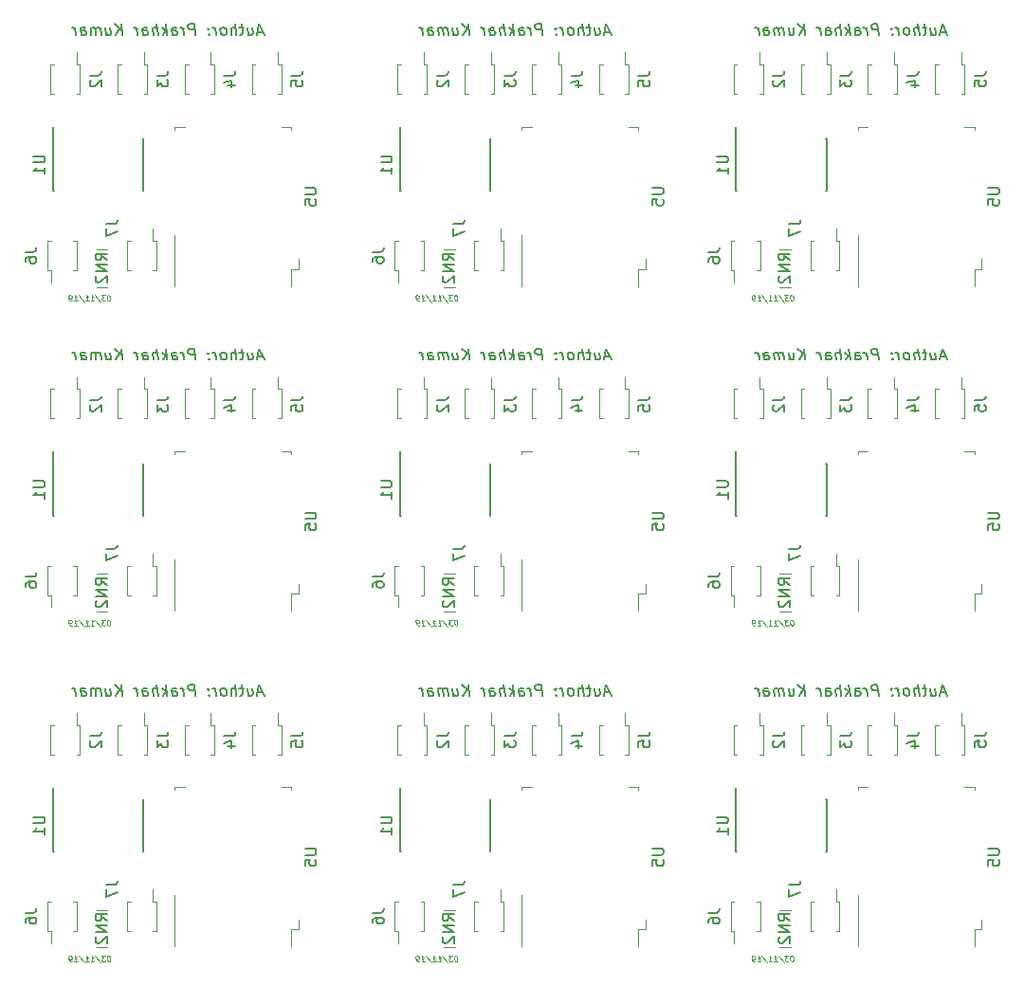
<source format=gbo>
%MOIN*%
%OFA0B0*%
%FSLAX46Y46*%
%IPPOS*%
%LPD*%
%ADD10C,0.004921259842519685*%
%ADD11C,0.005905511811023622*%
%ADD12C,0.0047244094488188976*%
%ADD23C,0.004921259842519685*%
%ADD24C,0.005905511811023622*%
%ADD25C,0.0047244094488188976*%
%ADD26C,0.004921259842519685*%
%ADD27C,0.005905511811023622*%
%ADD28C,0.0047244094488188976*%
%ADD29C,0.004921259842519685*%
%ADD30C,0.005905511811023622*%
%ADD31C,0.0047244094488188976*%
%ADD32C,0.004921259842519685*%
%ADD33C,0.005905511811023622*%
%ADD34C,0.0047244094488188976*%
%ADD35C,0.004921259842519685*%
%ADD36C,0.005905511811023622*%
%ADD37C,0.0047244094488188976*%
%ADD38C,0.004921259842519685*%
%ADD39C,0.005905511811023622*%
%ADD40C,0.0047244094488188976*%
%ADD41C,0.004921259842519685*%
%ADD42C,0.005905511811023622*%
%ADD43C,0.0047244094488188976*%
%ADD44C,0.004921259842519685*%
%ADD45C,0.005905511811023622*%
%ADD46C,0.0047244094488188976*%
D10*
X0000555222Y0002617236D02*
X0000553347Y0002617236D01*
X0000551590Y0002616299D01*
X0000550769Y0002615361D01*
X0000550066Y0002613487D01*
X0000549598Y0002609737D01*
X0000550183Y0002605050D01*
X0000551590Y0002601301D01*
X0000552761Y0002599426D01*
X0000553816Y0002598488D01*
X0000555808Y0002597551D01*
X0000557683Y0002597551D01*
X0000559440Y0002598488D01*
X0000560260Y0002599426D01*
X0000560963Y0002601301D01*
X0000561432Y0002605050D01*
X0000560846Y0002609737D01*
X0000559440Y0002613487D01*
X0000558268Y0002615361D01*
X0000557214Y0002616299D01*
X0000555222Y0002617236D01*
X0000542099Y0002617236D02*
X0000529913Y0002617236D01*
X0000537412Y0002609737D01*
X0000534600Y0002609737D01*
X0000532842Y0002608800D01*
X0000532022Y0002607862D01*
X0000531319Y0002605988D01*
X0000531905Y0002601301D01*
X0000533076Y0002599426D01*
X0000534131Y0002598488D01*
X0000536123Y0002597551D01*
X0000541747Y0002597551D01*
X0000543505Y0002598488D01*
X0000544325Y0002599426D01*
X0000507298Y0002618174D02*
X0000527335Y0002592864D01*
X0000493003Y0002597551D02*
X0000504252Y0002597551D01*
X0000498627Y0002597551D02*
X0000496167Y0002617236D01*
X0000498393Y0002614424D01*
X0000500502Y0002612549D01*
X0000502494Y0002611612D01*
X0000474255Y0002597551D02*
X0000485504Y0002597551D01*
X0000479880Y0002597551D02*
X0000477419Y0002617236D01*
X0000479645Y0002614424D01*
X0000481755Y0002612549D01*
X0000483746Y0002611612D01*
X0000449180Y0002618174D02*
X0000469217Y0002592864D01*
X0000434885Y0002597551D02*
X0000446134Y0002597551D01*
X0000440510Y0002597551D02*
X0000438049Y0002617236D01*
X0000440275Y0002614424D01*
X0000442384Y0002612549D01*
X0000444376Y0002611612D01*
X0000425512Y0002597551D02*
X0000421762Y0002597551D01*
X0000419770Y0002598488D01*
X0000418716Y0002599426D01*
X0000416489Y0002602238D01*
X0000415083Y0002605988D01*
X0000414146Y0002613487D01*
X0000414849Y0002615361D01*
X0000415669Y0002616299D01*
X0000417427Y0002617236D01*
X0000421176Y0002617236D01*
X0000423168Y0002616299D01*
X0000424223Y0002615361D01*
X0000425394Y0002613487D01*
X0000425980Y0002608800D01*
X0000425277Y0002606925D01*
X0000424457Y0002605988D01*
X0000422699Y0002605050D01*
X0000418950Y0002605050D01*
X0000416958Y0002605988D01*
X0000415903Y0002606925D01*
X0000414732Y0002608800D01*
D11*
X0001097269Y0003543123D02*
X0001078522Y0003543123D01*
X0001102425Y0003531874D02*
X0001084380Y0003571244D01*
X0001076178Y0003531874D01*
X0001042901Y0003558121D02*
X0001046182Y0003531874D01*
X0001059774Y0003558121D02*
X0001062352Y0003537499D01*
X0001060946Y0003533749D01*
X0001057430Y0003531874D01*
X0001051806Y0003531874D01*
X0001047822Y0003533749D01*
X0001045713Y0003535624D01*
X0001029778Y0003558121D02*
X0001014780Y0003558121D01*
X0001022513Y0003571244D02*
X0001026731Y0003537499D01*
X0001025325Y0003533749D01*
X0001021810Y0003531874D01*
X0001018060Y0003531874D01*
X0001004937Y0003531874D02*
X0001000016Y0003571244D01*
X0000988064Y0003531874D02*
X0000985486Y0003552497D01*
X0000986892Y0003556246D01*
X0000990408Y0003558121D01*
X0000996032Y0003558121D01*
X0001000016Y0003556246D01*
X0001002125Y0003554371D01*
X0000963692Y0003531874D02*
X0000967207Y0003533749D01*
X0000968848Y0003535624D01*
X0000970254Y0003539373D01*
X0000968848Y0003550622D01*
X0000966504Y0003554371D01*
X0000964395Y0003556246D01*
X0000960411Y0003558121D01*
X0000954787Y0003558121D01*
X0000951272Y0003556246D01*
X0000949631Y0003554371D01*
X0000948225Y0003550622D01*
X0000949631Y0003539373D01*
X0000951975Y0003535624D01*
X0000954084Y0003533749D01*
X0000958068Y0003531874D01*
X0000963692Y0003531874D01*
X0000933696Y0003531874D02*
X0000930415Y0003558121D01*
X0000931352Y0003550622D02*
X0000929009Y0003554371D01*
X0000926900Y0003556246D01*
X0000922916Y0003558121D01*
X0000919167Y0003558121D01*
X0000908855Y0003535624D02*
X0000907215Y0003533749D01*
X0000909324Y0003531874D01*
X0000910964Y0003533749D01*
X0000908855Y0003535624D01*
X0000909324Y0003531874D01*
X0000906277Y0003556246D02*
X0000904637Y0003554371D01*
X0000906746Y0003552497D01*
X0000908387Y0003554371D01*
X0000906277Y0003556246D01*
X0000906746Y0003552497D01*
X0000860580Y0003531874D02*
X0000855659Y0003571244D01*
X0000840661Y0003571244D01*
X0000837145Y0003569370D01*
X0000835505Y0003567495D01*
X0000834099Y0003563745D01*
X0000834802Y0003558121D01*
X0000837145Y0003554371D01*
X0000839255Y0003552497D01*
X0000843238Y0003550622D01*
X0000858237Y0003550622D01*
X0000821210Y0003531874D02*
X0000817929Y0003558121D01*
X0000818867Y0003550622D02*
X0000816523Y0003554371D01*
X0000814414Y0003556246D01*
X0000810430Y0003558121D01*
X0000806681Y0003558121D01*
X0000779965Y0003531874D02*
X0000777387Y0003552497D01*
X0000778793Y0003556246D01*
X0000782309Y0003558121D01*
X0000789808Y0003558121D01*
X0000793792Y0003556246D01*
X0000779731Y0003533749D02*
X0000783715Y0003531874D01*
X0000793089Y0003531874D01*
X0000796604Y0003533749D01*
X0000798010Y0003537499D01*
X0000797541Y0003541248D01*
X0000795198Y0003544998D01*
X0000791214Y0003546872D01*
X0000781840Y0003546872D01*
X0000777856Y0003548747D01*
X0000761217Y0003531874D02*
X0000756296Y0003571244D01*
X0000755593Y0003546872D02*
X0000746219Y0003531874D01*
X0000742939Y0003558121D02*
X0000759811Y0003543123D01*
X0000729346Y0003531874D02*
X0000724425Y0003571244D01*
X0000712474Y0003531874D02*
X0000709896Y0003552497D01*
X0000711302Y0003556246D01*
X0000714817Y0003558121D01*
X0000720441Y0003558121D01*
X0000724425Y0003556246D01*
X0000726534Y0003554371D01*
X0000676853Y0003531874D02*
X0000674275Y0003552497D01*
X0000675681Y0003556246D01*
X0000679196Y0003558121D01*
X0000686696Y0003558121D01*
X0000690679Y0003556246D01*
X0000676619Y0003533749D02*
X0000680603Y0003531874D01*
X0000689976Y0003531874D01*
X0000693492Y0003533749D01*
X0000694898Y0003537499D01*
X0000694429Y0003541248D01*
X0000692085Y0003544998D01*
X0000688102Y0003546872D01*
X0000678728Y0003546872D01*
X0000674744Y0003548747D01*
X0000658105Y0003531874D02*
X0000654825Y0003558121D01*
X0000655762Y0003550622D02*
X0000653418Y0003554371D01*
X0000651309Y0003556246D01*
X0000647325Y0003558121D01*
X0000643576Y0003558121D01*
X0000603737Y0003531874D02*
X0000598816Y0003571244D01*
X0000581240Y0003531874D02*
X0000595301Y0003554371D01*
X0000576319Y0003571244D02*
X0000601628Y0003548747D01*
X0000544213Y0003558121D02*
X0000547494Y0003531874D01*
X0000561086Y0003558121D02*
X0000563664Y0003537499D01*
X0000562258Y0003533749D01*
X0000558743Y0003531874D01*
X0000553119Y0003531874D01*
X0000549135Y0003533749D01*
X0000547026Y0003535624D01*
X0000528747Y0003531874D02*
X0000525466Y0003558121D01*
X0000525934Y0003554371D02*
X0000523825Y0003556246D01*
X0000519841Y0003558121D01*
X0000514217Y0003558121D01*
X0000510702Y0003556246D01*
X0000509296Y0003552497D01*
X0000511874Y0003531874D01*
X0000509296Y0003552497D02*
X0000506952Y0003556246D01*
X0000502968Y0003558121D01*
X0000497344Y0003558121D01*
X0000493829Y0003556246D01*
X0000492423Y0003552497D01*
X0000495001Y0003531874D01*
X0000459380Y0003531874D02*
X0000456802Y0003552497D01*
X0000458208Y0003556246D01*
X0000461724Y0003558121D01*
X0000469223Y0003558121D01*
X0000473207Y0003556246D01*
X0000459146Y0003533749D02*
X0000463130Y0003531874D01*
X0000472504Y0003531874D01*
X0000476019Y0003533749D01*
X0000477425Y0003537499D01*
X0000476956Y0003541248D01*
X0000474613Y0003544998D01*
X0000470629Y0003546872D01*
X0000461255Y0003546872D01*
X0000457271Y0003548747D01*
X0000440633Y0003531874D02*
X0000437352Y0003558121D01*
X0000438289Y0003550622D02*
X0000435946Y0003554371D01*
X0000433837Y0003556246D01*
X0000429853Y0003558121D01*
X0000426103Y0003558121D01*
D12*
X0000787480Y0003209645D02*
X0000822480Y0003209645D01*
X0001197480Y0003199645D02*
X0001197480Y0003209645D01*
X0001197480Y0003209645D02*
X0001162480Y0003209645D01*
X0000787480Y0003209645D02*
X0000787480Y0003199645D01*
X0001197480Y0002649645D02*
X0001197480Y0002709645D01*
X0001197480Y0002709645D02*
X0001222480Y0002709645D01*
X0001222480Y0002709645D02*
X0001222480Y0002744645D01*
X0000787480Y0002829645D02*
X0000787480Y0002649645D01*
D11*
X0000678031Y0003166732D02*
X0000678031Y0002983661D01*
X0000359133Y0003209055D02*
X0000359133Y0002983661D01*
X0000678031Y0003166732D02*
X0000677047Y0003166732D01*
X0000678031Y0002983661D02*
X0000677047Y0002983661D01*
X0000361102Y0002983661D02*
X0000362086Y0002983661D01*
D12*
X0000512480Y0002646535D02*
X0000551850Y0002646535D01*
X0000512480Y0002778818D02*
X0000551850Y0002778818D01*
X0000711850Y0002807559D02*
X0000711850Y0002850078D01*
X0000632322Y0002704409D02*
X0000620511Y0002704409D01*
X0000723661Y0002704409D02*
X0000711850Y0002704409D01*
X0000620511Y0002704409D02*
X0000620511Y0002807559D01*
X0000632322Y0002807559D02*
X0000620511Y0002807559D01*
X0000723661Y0002807559D02*
X0000711850Y0002807559D01*
X0000723661Y0002704409D02*
X0000723661Y0002807559D01*
X0000352480Y0002704409D02*
X0000352480Y0002661889D01*
X0000432007Y0002807559D02*
X0000443818Y0002807559D01*
X0000340669Y0002807559D02*
X0000352480Y0002807559D01*
X0000443818Y0002807559D02*
X0000443818Y0002704409D01*
X0000432007Y0002704409D02*
X0000443818Y0002704409D01*
X0000340669Y0002704409D02*
X0000352480Y0002704409D01*
X0000340669Y0002807559D02*
X0000340669Y0002704409D01*
X0001162913Y0003325157D02*
X0001162913Y0003428307D01*
X0001162913Y0003428307D02*
X0001151102Y0003428307D01*
X0001071574Y0003428307D02*
X0001059763Y0003428307D01*
X0001059763Y0003325157D02*
X0001059763Y0003428307D01*
X0001162913Y0003325157D02*
X0001151102Y0003325157D01*
X0001071574Y0003325157D02*
X0001059763Y0003325157D01*
X0001151102Y0003428307D02*
X0001151102Y0003470826D01*
X0000926784Y0003325157D02*
X0000926784Y0003428307D01*
X0000926784Y0003428307D02*
X0000914973Y0003428307D01*
X0000835446Y0003428307D02*
X0000823635Y0003428307D01*
X0000823635Y0003325157D02*
X0000823635Y0003428307D01*
X0000926784Y0003325157D02*
X0000914973Y0003325157D01*
X0000835446Y0003325157D02*
X0000823635Y0003325157D01*
X0000914973Y0003428307D02*
X0000914973Y0003470826D01*
X0000678845Y0003428307D02*
X0000678845Y0003470826D01*
X0000599317Y0003325157D02*
X0000587506Y0003325157D01*
X0000690656Y0003325157D02*
X0000678845Y0003325157D01*
X0000587506Y0003325157D02*
X0000587506Y0003428307D01*
X0000599317Y0003428307D02*
X0000587506Y0003428307D01*
X0000690656Y0003428307D02*
X0000678845Y0003428307D01*
X0000690656Y0003325157D02*
X0000690656Y0003428307D01*
X0000454527Y0003325157D02*
X0000454527Y0003428307D01*
X0000454527Y0003428307D02*
X0000442716Y0003428307D01*
X0000363188Y0003428307D02*
X0000351377Y0003428307D01*
X0000351377Y0003325157D02*
X0000351377Y0003428307D01*
X0000454527Y0003325157D02*
X0000442716Y0003325157D01*
X0000363188Y0003325157D02*
X0000351377Y0003325157D01*
X0000442716Y0003428307D02*
X0000442716Y0003470826D01*
D11*
X0001245920Y0002994641D02*
X0001277791Y0002994641D01*
X0001281541Y0002992767D01*
X0001283415Y0002990892D01*
X0001285290Y0002987142D01*
X0001285290Y0002979643D01*
X0001283415Y0002975894D01*
X0001281541Y0002974019D01*
X0001277791Y0002972144D01*
X0001245920Y0002972144D01*
X0001245920Y0002934649D02*
X0001245920Y0002953397D01*
X0001264668Y0002955271D01*
X0001262793Y0002953397D01*
X0001260918Y0002949647D01*
X0001260918Y0002940273D01*
X0001262793Y0002936524D01*
X0001264668Y0002934649D01*
X0001268417Y0002932774D01*
X0001277791Y0002932774D01*
X0001281541Y0002934649D01*
X0001283415Y0002936524D01*
X0001285290Y0002940273D01*
X0001285290Y0002949647D01*
X0001283415Y0002953397D01*
X0001281541Y0002955271D01*
X0000291589Y0003105862D02*
X0000323460Y0003105862D01*
X0000327210Y0003103987D01*
X0000329085Y0003102112D01*
X0000330959Y0003098363D01*
X0000330959Y0003090864D01*
X0000329085Y0003087114D01*
X0000327210Y0003085239D01*
X0000323460Y0003083365D01*
X0000291589Y0003083365D01*
X0000330959Y0003043995D02*
X0000330959Y0003066492D01*
X0000330959Y0003055243D02*
X0000291589Y0003055243D01*
X0000297214Y0003058993D01*
X0000300963Y0003062742D01*
X0000302838Y0003066492D01*
X0000548755Y0002740491D02*
X0000530007Y0002753614D01*
X0000548755Y0002762988D02*
X0000509385Y0002762988D01*
X0000509385Y0002747990D01*
X0000511259Y0002744240D01*
X0000513134Y0002742365D01*
X0000516884Y0002740491D01*
X0000522508Y0002740491D01*
X0000526257Y0002742365D01*
X0000528132Y0002744240D01*
X0000530007Y0002747990D01*
X0000530007Y0002762988D01*
X0000548755Y0002723618D02*
X0000509385Y0002723618D01*
X0000548755Y0002701121D01*
X0000509385Y0002701121D01*
X0000513134Y0002684248D02*
X0000511259Y0002682373D01*
X0000509385Y0002678623D01*
X0000509385Y0002669250D01*
X0000511259Y0002665500D01*
X0000513134Y0002663625D01*
X0000516884Y0002661751D01*
X0000520633Y0002661751D01*
X0000526257Y0002663625D01*
X0000548755Y0002686122D01*
X0000548755Y0002661751D01*
X0000546865Y0002866548D02*
X0000574986Y0002866548D01*
X0000580611Y0002868423D01*
X0000584360Y0002872172D01*
X0000586235Y0002877797D01*
X0000586235Y0002881546D01*
X0000546865Y0002851550D02*
X0000546865Y0002825303D01*
X0000586235Y0002842176D01*
X0000262416Y0002769107D02*
X0000290537Y0002769107D01*
X0000296162Y0002770982D01*
X0000299911Y0002774731D01*
X0000301786Y0002780356D01*
X0000301786Y0002784105D01*
X0000262416Y0002733487D02*
X0000262416Y0002740986D01*
X0000264291Y0002744735D01*
X0000266166Y0002746610D01*
X0000271790Y0002750359D01*
X0000279289Y0002752234D01*
X0000294287Y0002752234D01*
X0000298037Y0002750359D01*
X0000299911Y0002748485D01*
X0000301786Y0002744735D01*
X0000301786Y0002737236D01*
X0000299911Y0002733487D01*
X0000298037Y0002731612D01*
X0000294287Y0002729737D01*
X0000284913Y0002729737D01*
X0000281164Y0002731612D01*
X0000279289Y0002733487D01*
X0000277414Y0002737236D01*
X0000277414Y0002744735D01*
X0000279289Y0002748485D01*
X0000281164Y0002750359D01*
X0000284913Y0002752234D01*
X0001198046Y0003389855D02*
X0001226167Y0003389855D01*
X0001231792Y0003391730D01*
X0001235541Y0003395479D01*
X0001237416Y0003401104D01*
X0001237416Y0003404853D01*
X0001198046Y0003352360D02*
X0001198046Y0003371107D01*
X0001216794Y0003372982D01*
X0001214919Y0003371107D01*
X0001213044Y0003367358D01*
X0001213044Y0003357984D01*
X0001214919Y0003354235D01*
X0001216794Y0003352360D01*
X0001220543Y0003350485D01*
X0001229917Y0003350485D01*
X0001233666Y0003352360D01*
X0001235541Y0003354235D01*
X0001237416Y0003357984D01*
X0001237416Y0003367358D01*
X0001235541Y0003371107D01*
X0001233666Y0003372982D01*
X0000961917Y0003389855D02*
X0000990039Y0003389855D01*
X0000995663Y0003391730D01*
X0000999413Y0003395479D01*
X0001001287Y0003401104D01*
X0001001287Y0003404853D01*
X0000975041Y0003354235D02*
X0001001287Y0003354235D01*
X0000960043Y0003363608D02*
X0000988164Y0003372982D01*
X0000988164Y0003348610D01*
X0000725789Y0003389855D02*
X0000753910Y0003389855D01*
X0000759535Y0003391730D01*
X0000763284Y0003395479D01*
X0000765159Y0003401104D01*
X0000765159Y0003404853D01*
X0000725789Y0003374857D02*
X0000725789Y0003350485D01*
X0000740787Y0003363608D01*
X0000740787Y0003357984D01*
X0000742662Y0003354235D01*
X0000744536Y0003352360D01*
X0000748286Y0003350485D01*
X0000757660Y0003350485D01*
X0000761409Y0003352360D01*
X0000763284Y0003354235D01*
X0000765159Y0003357984D01*
X0000765159Y0003369233D01*
X0000763284Y0003372982D01*
X0000761409Y0003374857D01*
X0000489660Y0003389855D02*
X0000517782Y0003389855D01*
X0000523406Y0003391730D01*
X0000527155Y0003395479D01*
X0000529030Y0003401104D01*
X0000529030Y0003404853D01*
X0000493410Y0003372982D02*
X0000491535Y0003371107D01*
X0000489660Y0003367358D01*
X0000489660Y0003357984D01*
X0000491535Y0003354235D01*
X0000493410Y0003352360D01*
X0000497159Y0003350485D01*
X0000500909Y0003350485D01*
X0000506533Y0003352360D01*
X0000529030Y0003374857D01*
X0000529030Y0003350485D01*
G04 next file*
G04 #@! TF.GenerationSoftware,KiCad,Pcbnew,(5.1.2)-1*
G04 #@! TF.CreationDate,2019-11-14T17:32:28+05:30*
G04 #@! TF.ProjectId,Frame,4672616d-652e-46b6-9963-61645f706362,rev?*
G04 #@! TF.SameCoordinates,Original*
G04 #@! TF.FileFunction,Legend,Bot*
G04 #@! TF.FilePolarity,Positive*
G04 Gerber Fmt 4.6, Leading zero omitted, Abs format (unit mm)*
G04 Created by KiCad (PCBNEW (5.1.2)-1) date 2019-11-14 17:32:28*
G04 APERTURE LIST*
G04 APERTURE END LIST*
G04 next file*
G04 #@! TF.GenerationSoftware,KiCad,Pcbnew,(5.1.2)-1*
G04 #@! TF.CreationDate,2019-11-08T13:50:46+05:30*
G04 #@! TF.ProjectId,TALK,54414c4b-2e6b-4696-9361-645f70636258,rev?*
G04 #@! TF.SameCoordinates,Original*
G04 #@! TF.FileFunction,Legend,Bot*
G04 #@! TF.FilePolarity,Positive*
G04 Gerber Fmt 4.6, Leading zero omitted, Abs format (unit mm)*
G04 Created by KiCad (PCBNEW (5.1.2)-1) date 2019-11-08 13:50:46*
G04 APERTURE LIST*
G04 APERTURE END LIST*
D23*
X0001775694Y0002617236D02*
X0001773820Y0002617236D01*
X0001772062Y0002616299D01*
X0001771242Y0002615361D01*
X0001770539Y0002613487D01*
X0001770070Y0002609737D01*
X0001770656Y0002605050D01*
X0001772062Y0002601301D01*
X0001773234Y0002599426D01*
X0001774288Y0002598488D01*
X0001776280Y0002597551D01*
X0001778155Y0002597551D01*
X0001779913Y0002598488D01*
X0001780733Y0002599426D01*
X0001781436Y0002601301D01*
X0001781905Y0002605050D01*
X0001781319Y0002609737D01*
X0001779913Y0002613487D01*
X0001778741Y0002615361D01*
X0001777686Y0002616299D01*
X0001775694Y0002617236D01*
X0001762571Y0002617236D02*
X0001750385Y0002617236D01*
X0001757884Y0002609737D01*
X0001755072Y0002609737D01*
X0001753314Y0002608800D01*
X0001752494Y0002607862D01*
X0001751791Y0002605988D01*
X0001752377Y0002601301D01*
X0001753549Y0002599426D01*
X0001754603Y0002598488D01*
X0001756595Y0002597551D01*
X0001762220Y0002597551D01*
X0001763977Y0002598488D01*
X0001764797Y0002599426D01*
X0001727771Y0002618174D02*
X0001747807Y0002592864D01*
X0001713476Y0002597551D02*
X0001724724Y0002597551D01*
X0001719100Y0002597551D02*
X0001716639Y0002617236D01*
X0001718866Y0002614424D01*
X0001720975Y0002612549D01*
X0001722967Y0002611612D01*
X0001694728Y0002597551D02*
X0001705977Y0002597551D01*
X0001700352Y0002597551D02*
X0001697892Y0002617236D01*
X0001700118Y0002614424D01*
X0001702227Y0002612549D01*
X0001704219Y0002611612D01*
X0001669653Y0002618174D02*
X0001689690Y0002592864D01*
X0001655358Y0002597551D02*
X0001666606Y0002597551D01*
X0001660982Y0002597551D02*
X0001658522Y0002617236D01*
X0001660748Y0002614424D01*
X0001662857Y0002612549D01*
X0001664849Y0002611612D01*
X0001645984Y0002597551D02*
X0001642235Y0002597551D01*
X0001640243Y0002598488D01*
X0001639188Y0002599426D01*
X0001636962Y0002602238D01*
X0001635556Y0002605988D01*
X0001634618Y0002613487D01*
X0001635321Y0002615361D01*
X0001636142Y0002616299D01*
X0001637899Y0002617236D01*
X0001641649Y0002617236D01*
X0001643641Y0002616299D01*
X0001644695Y0002615361D01*
X0001645867Y0002613487D01*
X0001646453Y0002608800D01*
X0001645750Y0002606925D01*
X0001644929Y0002605988D01*
X0001643172Y0002605050D01*
X0001639422Y0002605050D01*
X0001637430Y0002605988D01*
X0001636376Y0002606925D01*
X0001635204Y0002608800D01*
D24*
X0002317742Y0003543123D02*
X0002298994Y0003543123D01*
X0002322897Y0003531874D02*
X0002304853Y0003571244D01*
X0002296651Y0003531874D01*
X0002263373Y0003558121D02*
X0002266654Y0003531874D01*
X0002280246Y0003558121D02*
X0002282824Y0003537499D01*
X0002281418Y0003533749D01*
X0002277903Y0003531874D01*
X0002272279Y0003531874D01*
X0002268295Y0003533749D01*
X0002266186Y0003535624D01*
X0002250250Y0003558121D02*
X0002235252Y0003558121D01*
X0002242985Y0003571244D02*
X0002247204Y0003537499D01*
X0002245798Y0003533749D01*
X0002242282Y0003531874D01*
X0002238533Y0003531874D01*
X0002225409Y0003531874D02*
X0002220488Y0003571244D01*
X0002208537Y0003531874D02*
X0002205959Y0003552497D01*
X0002207365Y0003556246D01*
X0002210880Y0003558121D01*
X0002216504Y0003558121D01*
X0002220488Y0003556246D01*
X0002222597Y0003554371D01*
X0002184165Y0003531874D02*
X0002187680Y0003533749D01*
X0002189320Y0003535624D01*
X0002190726Y0003539373D01*
X0002189320Y0003550622D01*
X0002186977Y0003554371D01*
X0002184868Y0003556246D01*
X0002180884Y0003558121D01*
X0002175259Y0003558121D01*
X0002171744Y0003556246D01*
X0002170104Y0003554371D01*
X0002168698Y0003550622D01*
X0002170104Y0003539373D01*
X0002172447Y0003535624D01*
X0002174556Y0003533749D01*
X0002178540Y0003531874D01*
X0002184165Y0003531874D01*
X0002154168Y0003531874D02*
X0002150887Y0003558121D01*
X0002151825Y0003550622D02*
X0002149481Y0003554371D01*
X0002147372Y0003556246D01*
X0002143388Y0003558121D01*
X0002139639Y0003558121D01*
X0002129328Y0003535624D02*
X0002127687Y0003533749D01*
X0002129796Y0003531874D01*
X0002131437Y0003533749D01*
X0002129328Y0003535624D01*
X0002129796Y0003531874D01*
X0002126750Y0003556246D02*
X0002125109Y0003554371D01*
X0002127219Y0003552497D01*
X0002128859Y0003554371D01*
X0002126750Y0003556246D01*
X0002127219Y0003552497D01*
X0002081052Y0003531874D02*
X0002076131Y0003571244D01*
X0002061133Y0003571244D01*
X0002057618Y0003569370D01*
X0002055978Y0003567495D01*
X0002054571Y0003563745D01*
X0002055274Y0003558121D01*
X0002057618Y0003554371D01*
X0002059727Y0003552497D01*
X0002063711Y0003550622D01*
X0002078709Y0003550622D01*
X0002041682Y0003531874D02*
X0002038402Y0003558121D01*
X0002039339Y0003550622D02*
X0002036996Y0003554371D01*
X0002034886Y0003556246D01*
X0002030903Y0003558121D01*
X0002027153Y0003558121D01*
X0002000438Y0003531874D02*
X0001997860Y0003552497D01*
X0001999266Y0003556246D01*
X0002002781Y0003558121D01*
X0002010280Y0003558121D01*
X0002014264Y0003556246D01*
X0002000203Y0003533749D02*
X0002004187Y0003531874D01*
X0002013561Y0003531874D01*
X0002017076Y0003533749D01*
X0002018482Y0003537499D01*
X0002018013Y0003541248D01*
X0002015670Y0003544998D01*
X0002011686Y0003546872D01*
X0002002312Y0003546872D01*
X0001998328Y0003548747D01*
X0001981690Y0003531874D02*
X0001976769Y0003571244D01*
X0001976066Y0003546872D02*
X0001966692Y0003531874D01*
X0001963411Y0003558121D02*
X0001980284Y0003543123D01*
X0001949819Y0003531874D02*
X0001944898Y0003571244D01*
X0001932946Y0003531874D02*
X0001930368Y0003552497D01*
X0001931774Y0003556246D01*
X0001935289Y0003558121D01*
X0001940914Y0003558121D01*
X0001944898Y0003556246D01*
X0001947007Y0003554371D01*
X0001897325Y0003531874D02*
X0001894748Y0003552497D01*
X0001896154Y0003556246D01*
X0001899669Y0003558121D01*
X0001907168Y0003558121D01*
X0001911152Y0003556246D01*
X0001897091Y0003533749D02*
X0001901075Y0003531874D01*
X0001910449Y0003531874D01*
X0001913964Y0003533749D01*
X0001915370Y0003537499D01*
X0001914901Y0003541248D01*
X0001912558Y0003544998D01*
X0001908574Y0003546872D01*
X0001899200Y0003546872D01*
X0001895216Y0003548747D01*
X0001878578Y0003531874D02*
X0001875297Y0003558121D01*
X0001876234Y0003550622D02*
X0001873891Y0003554371D01*
X0001871782Y0003556246D01*
X0001867798Y0003558121D01*
X0001864048Y0003558121D01*
X0001824210Y0003531874D02*
X0001819288Y0003571244D01*
X0001801712Y0003531874D02*
X0001815773Y0003554371D01*
X0001796791Y0003571244D02*
X0001822100Y0003548747D01*
X0001764686Y0003558121D02*
X0001767967Y0003531874D01*
X0001781559Y0003558121D02*
X0001784137Y0003537499D01*
X0001782730Y0003533749D01*
X0001779215Y0003531874D01*
X0001773591Y0003531874D01*
X0001769607Y0003533749D01*
X0001767498Y0003535624D01*
X0001749219Y0003531874D02*
X0001745938Y0003558121D01*
X0001746407Y0003554371D02*
X0001744298Y0003556246D01*
X0001740314Y0003558121D01*
X0001734690Y0003558121D01*
X0001731174Y0003556246D01*
X0001729768Y0003552497D01*
X0001732346Y0003531874D01*
X0001729768Y0003552497D02*
X0001727425Y0003556246D01*
X0001723441Y0003558121D01*
X0001717817Y0003558121D01*
X0001714301Y0003556246D01*
X0001712895Y0003552497D01*
X0001715473Y0003531874D01*
X0001679853Y0003531874D02*
X0001677275Y0003552497D01*
X0001678681Y0003556246D01*
X0001682196Y0003558121D01*
X0001689695Y0003558121D01*
X0001693679Y0003556246D01*
X0001679618Y0003533749D02*
X0001683602Y0003531874D01*
X0001692976Y0003531874D01*
X0001696491Y0003533749D01*
X0001697897Y0003537499D01*
X0001697429Y0003541248D01*
X0001695085Y0003544998D01*
X0001691101Y0003546872D01*
X0001681727Y0003546872D01*
X0001677744Y0003548747D01*
X0001661105Y0003531874D02*
X0001657824Y0003558121D01*
X0001658762Y0003550622D02*
X0001656418Y0003554371D01*
X0001654309Y0003556246D01*
X0001650325Y0003558121D01*
X0001646576Y0003558121D01*
D25*
X0002007952Y0003209645D02*
X0002042952Y0003209645D01*
X0002417952Y0003199645D02*
X0002417952Y0003209645D01*
X0002417952Y0003209645D02*
X0002382952Y0003209645D01*
X0002007952Y0003209645D02*
X0002007952Y0003199645D01*
X0002417952Y0002649645D02*
X0002417952Y0002709645D01*
X0002417952Y0002709645D02*
X0002442952Y0002709645D01*
X0002442952Y0002709645D02*
X0002442952Y0002744645D01*
X0002007952Y0002829645D02*
X0002007952Y0002649645D01*
D24*
X0001898503Y0003166732D02*
X0001898503Y0002983661D01*
X0001579606Y0003209055D02*
X0001579606Y0002983661D01*
X0001898503Y0003166732D02*
X0001897519Y0003166732D01*
X0001898503Y0002983661D02*
X0001897519Y0002983661D01*
X0001581574Y0002983661D02*
X0001582559Y0002983661D01*
D25*
X0001732952Y0002646535D02*
X0001772322Y0002646535D01*
X0001732952Y0002778818D02*
X0001772322Y0002778818D01*
X0001932322Y0002807559D02*
X0001932322Y0002850078D01*
X0001852795Y0002704409D02*
X0001840984Y0002704409D01*
X0001944133Y0002704409D02*
X0001932322Y0002704409D01*
X0001840984Y0002704409D02*
X0001840984Y0002807559D01*
X0001852795Y0002807559D02*
X0001840984Y0002807559D01*
X0001944133Y0002807559D02*
X0001932322Y0002807559D01*
X0001944133Y0002704409D02*
X0001944133Y0002807559D01*
X0001572952Y0002704409D02*
X0001572952Y0002661889D01*
X0001652480Y0002807559D02*
X0001664291Y0002807559D01*
X0001561141Y0002807559D02*
X0001572952Y0002807559D01*
X0001664291Y0002807559D02*
X0001664291Y0002704409D01*
X0001652480Y0002704409D02*
X0001664291Y0002704409D01*
X0001561141Y0002704409D02*
X0001572952Y0002704409D01*
X0001561141Y0002807559D02*
X0001561141Y0002704409D01*
X0002383385Y0003325157D02*
X0002383385Y0003428307D01*
X0002383385Y0003428307D02*
X0002371574Y0003428307D01*
X0002292047Y0003428307D02*
X0002280236Y0003428307D01*
X0002280236Y0003325157D02*
X0002280236Y0003428307D01*
X0002383385Y0003325157D02*
X0002371574Y0003325157D01*
X0002292047Y0003325157D02*
X0002280236Y0003325157D01*
X0002371574Y0003428307D02*
X0002371574Y0003470826D01*
X0002147257Y0003325157D02*
X0002147257Y0003428307D01*
X0002147257Y0003428307D02*
X0002135446Y0003428307D01*
X0002055918Y0003428307D02*
X0002044107Y0003428307D01*
X0002044107Y0003325157D02*
X0002044107Y0003428307D01*
X0002147257Y0003325157D02*
X0002135446Y0003325157D01*
X0002055918Y0003325157D02*
X0002044107Y0003325157D01*
X0002135446Y0003428307D02*
X0002135446Y0003470826D01*
X0001899317Y0003428307D02*
X0001899317Y0003470826D01*
X0001819790Y0003325157D02*
X0001807978Y0003325157D01*
X0001911128Y0003325157D02*
X0001899317Y0003325157D01*
X0001807978Y0003325157D02*
X0001807978Y0003428307D01*
X0001819790Y0003428307D02*
X0001807978Y0003428307D01*
X0001911128Y0003428307D02*
X0001899317Y0003428307D01*
X0001911128Y0003325157D02*
X0001911128Y0003428307D01*
X0001674999Y0003325157D02*
X0001674999Y0003428307D01*
X0001674999Y0003428307D02*
X0001663188Y0003428307D01*
X0001583661Y0003428307D02*
X0001571850Y0003428307D01*
X0001571850Y0003325157D02*
X0001571850Y0003428307D01*
X0001674999Y0003325157D02*
X0001663188Y0003325157D01*
X0001583661Y0003325157D02*
X0001571850Y0003325157D01*
X0001663188Y0003428307D02*
X0001663188Y0003470826D01*
D24*
X0002466392Y0002994641D02*
X0002498263Y0002994641D01*
X0002502013Y0002992767D01*
X0002503888Y0002990892D01*
X0002505762Y0002987142D01*
X0002505762Y0002979643D01*
X0002503888Y0002975894D01*
X0002502013Y0002974019D01*
X0002498263Y0002972144D01*
X0002466392Y0002972144D01*
X0002466392Y0002934649D02*
X0002466392Y0002953397D01*
X0002485140Y0002955271D01*
X0002483265Y0002953397D01*
X0002481391Y0002949647D01*
X0002481391Y0002940273D01*
X0002483265Y0002936524D01*
X0002485140Y0002934649D01*
X0002488890Y0002932774D01*
X0002498263Y0002932774D01*
X0002502013Y0002934649D01*
X0002503888Y0002936524D01*
X0002505762Y0002940273D01*
X0002505762Y0002949647D01*
X0002503888Y0002953397D01*
X0002502013Y0002955271D01*
X0001512062Y0003105862D02*
X0001543933Y0003105862D01*
X0001547682Y0003103987D01*
X0001549557Y0003102112D01*
X0001551432Y0003098363D01*
X0001551432Y0003090864D01*
X0001549557Y0003087114D01*
X0001547682Y0003085239D01*
X0001543933Y0003083365D01*
X0001512062Y0003083365D01*
X0001551432Y0003043995D02*
X0001551432Y0003066492D01*
X0001551432Y0003055243D02*
X0001512062Y0003055243D01*
X0001517686Y0003058993D01*
X0001521436Y0003062742D01*
X0001523310Y0003066492D01*
X0001769227Y0002740491D02*
X0001750479Y0002753614D01*
X0001769227Y0002762988D02*
X0001729857Y0002762988D01*
X0001729857Y0002747990D01*
X0001731732Y0002744240D01*
X0001733607Y0002742365D01*
X0001737356Y0002740491D01*
X0001742980Y0002740491D01*
X0001746730Y0002742365D01*
X0001748605Y0002744240D01*
X0001750479Y0002747990D01*
X0001750479Y0002762988D01*
X0001769227Y0002723618D02*
X0001729857Y0002723618D01*
X0001769227Y0002701121D01*
X0001729857Y0002701121D01*
X0001733607Y0002684248D02*
X0001731732Y0002682373D01*
X0001729857Y0002678623D01*
X0001729857Y0002669250D01*
X0001731732Y0002665500D01*
X0001733607Y0002663625D01*
X0001737356Y0002661751D01*
X0001741106Y0002661751D01*
X0001746730Y0002663625D01*
X0001769227Y0002686122D01*
X0001769227Y0002661751D01*
X0001767337Y0002866548D02*
X0001795459Y0002866548D01*
X0001801083Y0002868423D01*
X0001804833Y0002872172D01*
X0001806707Y0002877797D01*
X0001806707Y0002881546D01*
X0001767337Y0002851550D02*
X0001767337Y0002825303D01*
X0001806707Y0002842176D01*
X0001482888Y0002769107D02*
X0001511010Y0002769107D01*
X0001516634Y0002770982D01*
X0001520384Y0002774731D01*
X0001522259Y0002780356D01*
X0001522259Y0002784105D01*
X0001482888Y0002733487D02*
X0001482888Y0002740986D01*
X0001484763Y0002744735D01*
X0001486638Y0002746610D01*
X0001492262Y0002750359D01*
X0001499761Y0002752234D01*
X0001514760Y0002752234D01*
X0001518509Y0002750359D01*
X0001520384Y0002748485D01*
X0001522259Y0002744735D01*
X0001522259Y0002737236D01*
X0001520384Y0002733487D01*
X0001518509Y0002731612D01*
X0001514760Y0002729737D01*
X0001505386Y0002729737D01*
X0001501636Y0002731612D01*
X0001499761Y0002733487D01*
X0001497887Y0002737236D01*
X0001497887Y0002744735D01*
X0001499761Y0002748485D01*
X0001501636Y0002750359D01*
X0001505386Y0002752234D01*
X0002418518Y0003389855D02*
X0002446640Y0003389855D01*
X0002452264Y0003391730D01*
X0002456014Y0003395479D01*
X0002457888Y0003401104D01*
X0002457888Y0003404853D01*
X0002418518Y0003352360D02*
X0002418518Y0003371107D01*
X0002437266Y0003372982D01*
X0002435391Y0003371107D01*
X0002433517Y0003367358D01*
X0002433517Y0003357984D01*
X0002435391Y0003354235D01*
X0002437266Y0003352360D01*
X0002441016Y0003350485D01*
X0002450389Y0003350485D01*
X0002454139Y0003352360D01*
X0002456014Y0003354235D01*
X0002457888Y0003357984D01*
X0002457888Y0003367358D01*
X0002456014Y0003371107D01*
X0002454139Y0003372982D01*
X0002182390Y0003389855D02*
X0002210511Y0003389855D01*
X0002216135Y0003391730D01*
X0002219885Y0003395479D01*
X0002221760Y0003401104D01*
X0002221760Y0003404853D01*
X0002195513Y0003354235D02*
X0002221760Y0003354235D01*
X0002180515Y0003363608D02*
X0002208636Y0003372982D01*
X0002208636Y0003348610D01*
X0001946261Y0003389855D02*
X0001974383Y0003389855D01*
X0001980007Y0003391730D01*
X0001983756Y0003395479D01*
X0001985631Y0003401104D01*
X0001985631Y0003404853D01*
X0001946261Y0003374857D02*
X0001946261Y0003350485D01*
X0001961259Y0003363608D01*
X0001961259Y0003357984D01*
X0001963134Y0003354235D01*
X0001965009Y0003352360D01*
X0001968758Y0003350485D01*
X0001978132Y0003350485D01*
X0001981882Y0003352360D01*
X0001983756Y0003354235D01*
X0001985631Y0003357984D01*
X0001985631Y0003369233D01*
X0001983756Y0003372982D01*
X0001981882Y0003374857D01*
X0001710133Y0003389855D02*
X0001738254Y0003389855D01*
X0001743878Y0003391730D01*
X0001747628Y0003395479D01*
X0001749503Y0003401104D01*
X0001749503Y0003404853D01*
X0001713882Y0003372982D02*
X0001712007Y0003371107D01*
X0001710133Y0003367358D01*
X0001710133Y0003357984D01*
X0001712007Y0003354235D01*
X0001713882Y0003352360D01*
X0001717632Y0003350485D01*
X0001721381Y0003350485D01*
X0001727005Y0003352360D01*
X0001749503Y0003374857D01*
X0001749503Y0003350485D01*
G04 next file*
G04 #@! TF.GenerationSoftware,KiCad,Pcbnew,(5.1.2)-1*
G04 #@! TF.CreationDate,2019-11-08T13:50:46+05:30*
G04 #@! TF.ProjectId,TALK,54414c4b-2e6b-4696-9361-645f70636258,rev?*
G04 #@! TF.SameCoordinates,Original*
G04 #@! TF.FileFunction,Legend,Bot*
G04 #@! TF.FilePolarity,Positive*
G04 Gerber Fmt 4.6, Leading zero omitted, Abs format (unit mm)*
G04 Created by KiCad (PCBNEW (5.1.2)-1) date 2019-11-08 13:50:46*
G04 APERTURE LIST*
G04 APERTURE END LIST*
D26*
X0002956797Y0002617236D02*
X0002954922Y0002617236D01*
X0002953164Y0002616299D01*
X0002952344Y0002615361D01*
X0002951641Y0002613487D01*
X0002951172Y0002609737D01*
X0002951758Y0002605050D01*
X0002953164Y0002601301D01*
X0002954336Y0002599426D01*
X0002955391Y0002598488D01*
X0002957383Y0002597551D01*
X0002959257Y0002597551D01*
X0002961015Y0002598488D01*
X0002961835Y0002599426D01*
X0002962538Y0002601301D01*
X0002963007Y0002605050D01*
X0002962421Y0002609737D01*
X0002961015Y0002613487D01*
X0002959843Y0002615361D01*
X0002958789Y0002616299D01*
X0002956797Y0002617236D01*
X0002943673Y0002617236D02*
X0002931487Y0002617236D01*
X0002938986Y0002609737D01*
X0002936174Y0002609737D01*
X0002934417Y0002608800D01*
X0002933597Y0002607862D01*
X0002932893Y0002605988D01*
X0002933479Y0002601301D01*
X0002934651Y0002599426D01*
X0002935706Y0002598488D01*
X0002937698Y0002597551D01*
X0002943322Y0002597551D01*
X0002945079Y0002598488D01*
X0002945900Y0002599426D01*
X0002908873Y0002618174D02*
X0002928910Y0002592864D01*
X0002894578Y0002597551D02*
X0002905827Y0002597551D01*
X0002900202Y0002597551D02*
X0002897742Y0002617236D01*
X0002899968Y0002614424D01*
X0002902077Y0002612549D01*
X0002904069Y0002611612D01*
X0002875830Y0002597551D02*
X0002887079Y0002597551D01*
X0002881455Y0002597551D02*
X0002878994Y0002617236D01*
X0002881220Y0002614424D01*
X0002883329Y0002612549D01*
X0002885321Y0002611612D01*
X0002850755Y0002618174D02*
X0002870792Y0002592864D01*
X0002836460Y0002597551D02*
X0002847709Y0002597551D01*
X0002842085Y0002597551D02*
X0002839624Y0002617236D01*
X0002841850Y0002614424D01*
X0002843959Y0002612549D01*
X0002845951Y0002611612D01*
X0002827086Y0002597551D02*
X0002823337Y0002597551D01*
X0002821345Y0002598488D01*
X0002820290Y0002599426D01*
X0002818064Y0002602238D01*
X0002816658Y0002605988D01*
X0002815721Y0002613487D01*
X0002816424Y0002615361D01*
X0002817244Y0002616299D01*
X0002819001Y0002617236D01*
X0002822751Y0002617236D01*
X0002824743Y0002616299D01*
X0002825797Y0002615361D01*
X0002826969Y0002613487D01*
X0002827555Y0002608800D01*
X0002826852Y0002606925D01*
X0002826032Y0002605988D01*
X0002824274Y0002605050D01*
X0002820525Y0002605050D01*
X0002818533Y0002605988D01*
X0002817478Y0002606925D01*
X0002816306Y0002608800D01*
D27*
X0003498844Y0003543123D02*
X0003480096Y0003543123D01*
X0003504000Y0003531874D02*
X0003485955Y0003571244D01*
X0003477753Y0003531874D01*
X0003444476Y0003558121D02*
X0003447757Y0003531874D01*
X0003461349Y0003558121D02*
X0003463927Y0003537499D01*
X0003462520Y0003533749D01*
X0003459005Y0003531874D01*
X0003453381Y0003531874D01*
X0003449397Y0003533749D01*
X0003447288Y0003535624D01*
X0003431352Y0003558121D02*
X0003416354Y0003558121D01*
X0003424088Y0003571244D02*
X0003428306Y0003537499D01*
X0003426900Y0003533749D01*
X0003423385Y0003531874D01*
X0003419635Y0003531874D01*
X0003406512Y0003531874D02*
X0003401591Y0003571244D01*
X0003389639Y0003531874D02*
X0003387061Y0003552497D01*
X0003388467Y0003556246D01*
X0003391982Y0003558121D01*
X0003397607Y0003558121D01*
X0003401591Y0003556246D01*
X0003403700Y0003554371D01*
X0003365267Y0003531874D02*
X0003368782Y0003533749D01*
X0003370423Y0003535624D01*
X0003371829Y0003539373D01*
X0003370423Y0003550622D01*
X0003368079Y0003554371D01*
X0003365970Y0003556246D01*
X0003361986Y0003558121D01*
X0003356362Y0003558121D01*
X0003352847Y0003556246D01*
X0003351206Y0003554371D01*
X0003349800Y0003550622D01*
X0003351206Y0003539373D01*
X0003353550Y0003535624D01*
X0003355659Y0003533749D01*
X0003359643Y0003531874D01*
X0003365267Y0003531874D01*
X0003335271Y0003531874D02*
X0003331990Y0003558121D01*
X0003332927Y0003550622D02*
X0003330584Y0003554371D01*
X0003328475Y0003556246D01*
X0003324491Y0003558121D01*
X0003320741Y0003558121D01*
X0003310430Y0003535624D02*
X0003308790Y0003533749D01*
X0003310899Y0003531874D01*
X0003312539Y0003533749D01*
X0003310430Y0003535624D01*
X0003310899Y0003531874D01*
X0003307852Y0003556246D02*
X0003306212Y0003554371D01*
X0003308321Y0003552497D01*
X0003309961Y0003554371D01*
X0003307852Y0003556246D01*
X0003308321Y0003552497D01*
X0003262155Y0003531874D02*
X0003257234Y0003571244D01*
X0003242235Y0003571244D01*
X0003238720Y0003569370D01*
X0003237080Y0003567495D01*
X0003235674Y0003563745D01*
X0003236377Y0003558121D01*
X0003238720Y0003554371D01*
X0003240829Y0003552497D01*
X0003244813Y0003550622D01*
X0003259811Y0003550622D01*
X0003222785Y0003531874D02*
X0003219504Y0003558121D01*
X0003220441Y0003550622D02*
X0003218098Y0003554371D01*
X0003215989Y0003556246D01*
X0003212005Y0003558121D01*
X0003208255Y0003558121D01*
X0003181540Y0003531874D02*
X0003178962Y0003552497D01*
X0003180368Y0003556246D01*
X0003183883Y0003558121D01*
X0003191382Y0003558121D01*
X0003195366Y0003556246D01*
X0003181306Y0003533749D02*
X0003185289Y0003531874D01*
X0003194663Y0003531874D01*
X0003198179Y0003533749D01*
X0003199585Y0003537499D01*
X0003199116Y0003541248D01*
X0003196772Y0003544998D01*
X0003192789Y0003546872D01*
X0003183415Y0003546872D01*
X0003179431Y0003548747D01*
X0003162792Y0003531874D02*
X0003157871Y0003571244D01*
X0003157168Y0003546872D02*
X0003147794Y0003531874D01*
X0003144513Y0003558121D02*
X0003161386Y0003543123D01*
X0003130921Y0003531874D02*
X0003126000Y0003571244D01*
X0003114048Y0003531874D02*
X0003111471Y0003552497D01*
X0003112877Y0003556246D01*
X0003116392Y0003558121D01*
X0003122016Y0003558121D01*
X0003126000Y0003556246D01*
X0003128109Y0003554371D01*
X0003078428Y0003531874D02*
X0003075850Y0003552497D01*
X0003077256Y0003556246D01*
X0003080771Y0003558121D01*
X0003088270Y0003558121D01*
X0003092254Y0003556246D01*
X0003078193Y0003533749D02*
X0003082177Y0003531874D01*
X0003091551Y0003531874D01*
X0003095066Y0003533749D01*
X0003096472Y0003537499D01*
X0003096004Y0003541248D01*
X0003093660Y0003544998D01*
X0003089676Y0003546872D01*
X0003080303Y0003546872D01*
X0003076319Y0003548747D01*
X0003059680Y0003531874D02*
X0003056399Y0003558121D01*
X0003057337Y0003550622D02*
X0003054993Y0003554371D01*
X0003052884Y0003556246D01*
X0003048900Y0003558121D01*
X0003045151Y0003558121D01*
X0003005312Y0003531874D02*
X0003000391Y0003571244D01*
X0002982815Y0003531874D02*
X0002996876Y0003554371D01*
X0002977894Y0003571244D02*
X0003003203Y0003548747D01*
X0002945788Y0003558121D02*
X0002949069Y0003531874D01*
X0002962661Y0003558121D02*
X0002965239Y0003537499D01*
X0002963833Y0003533749D01*
X0002960318Y0003531874D01*
X0002954693Y0003531874D01*
X0002950709Y0003533749D01*
X0002948600Y0003535624D01*
X0002930321Y0003531874D02*
X0002927041Y0003558121D01*
X0002927509Y0003554371D02*
X0002925400Y0003556246D01*
X0002921416Y0003558121D01*
X0002915792Y0003558121D01*
X0002912277Y0003556246D01*
X0002910871Y0003552497D01*
X0002913448Y0003531874D01*
X0002910871Y0003552497D02*
X0002908527Y0003556246D01*
X0002904543Y0003558121D01*
X0002898919Y0003558121D01*
X0002895404Y0003556246D01*
X0002893998Y0003552497D01*
X0002896576Y0003531874D01*
X0002860955Y0003531874D02*
X0002858377Y0003552497D01*
X0002859783Y0003556246D01*
X0002863298Y0003558121D01*
X0002870798Y0003558121D01*
X0002874781Y0003556246D01*
X0002860721Y0003533749D02*
X0002864705Y0003531874D01*
X0002874078Y0003531874D01*
X0002877594Y0003533749D01*
X0002879000Y0003537499D01*
X0002878531Y0003541248D01*
X0002876187Y0003544998D01*
X0002872204Y0003546872D01*
X0002862830Y0003546872D01*
X0002858846Y0003548747D01*
X0002842207Y0003531874D02*
X0002838927Y0003558121D01*
X0002839864Y0003550622D02*
X0002837520Y0003554371D01*
X0002835411Y0003556246D01*
X0002831427Y0003558121D01*
X0002827678Y0003558121D01*
D28*
X0003189055Y0003209645D02*
X0003224055Y0003209645D01*
X0003599055Y0003199645D02*
X0003599055Y0003209645D01*
X0003599055Y0003209645D02*
X0003564055Y0003209645D01*
X0003189055Y0003209645D02*
X0003189055Y0003199645D01*
X0003599055Y0002649645D02*
X0003599055Y0002709645D01*
X0003599055Y0002709645D02*
X0003624055Y0002709645D01*
X0003624055Y0002709645D02*
X0003624055Y0002744645D01*
X0003189055Y0002829645D02*
X0003189055Y0002649645D01*
D27*
X0003079606Y0003166732D02*
X0003079606Y0002983661D01*
X0002760708Y0003209055D02*
X0002760708Y0002983661D01*
X0003079606Y0003166732D02*
X0003078622Y0003166732D01*
X0003079606Y0002983661D02*
X0003078622Y0002983661D01*
X0002762677Y0002983661D02*
X0002763661Y0002983661D01*
D28*
X0002914055Y0002646535D02*
X0002953425Y0002646535D01*
X0002914055Y0002778818D02*
X0002953425Y0002778818D01*
X0003113425Y0002807559D02*
X0003113425Y0002850078D01*
X0003033897Y0002704409D02*
X0003022086Y0002704409D01*
X0003125236Y0002704409D02*
X0003113425Y0002704409D01*
X0003022086Y0002704409D02*
X0003022086Y0002807559D01*
X0003033897Y0002807559D02*
X0003022086Y0002807559D01*
X0003125236Y0002807559D02*
X0003113425Y0002807559D01*
X0003125236Y0002704409D02*
X0003125236Y0002807559D01*
X0002754055Y0002704409D02*
X0002754055Y0002661889D01*
X0002833582Y0002807559D02*
X0002845393Y0002807559D01*
X0002742244Y0002807559D02*
X0002754055Y0002807559D01*
X0002845393Y0002807559D02*
X0002845393Y0002704409D01*
X0002833582Y0002704409D02*
X0002845393Y0002704409D01*
X0002742244Y0002704409D02*
X0002754055Y0002704409D01*
X0002742244Y0002807559D02*
X0002742244Y0002704409D01*
X0003564488Y0003325157D02*
X0003564488Y0003428307D01*
X0003564488Y0003428307D02*
X0003552677Y0003428307D01*
X0003473149Y0003428307D02*
X0003461338Y0003428307D01*
X0003461338Y0003325157D02*
X0003461338Y0003428307D01*
X0003564488Y0003325157D02*
X0003552677Y0003325157D01*
X0003473149Y0003325157D02*
X0003461338Y0003325157D01*
X0003552677Y0003428307D02*
X0003552677Y0003470826D01*
X0003328359Y0003325157D02*
X0003328359Y0003428307D01*
X0003328359Y0003428307D02*
X0003316548Y0003428307D01*
X0003237020Y0003428307D02*
X0003225209Y0003428307D01*
X0003225209Y0003325157D02*
X0003225209Y0003428307D01*
X0003328359Y0003325157D02*
X0003316548Y0003325157D01*
X0003237020Y0003325157D02*
X0003225209Y0003325157D01*
X0003316548Y0003428307D02*
X0003316548Y0003470826D01*
X0003080419Y0003428307D02*
X0003080419Y0003470826D01*
X0003000892Y0003325157D02*
X0002989081Y0003325157D01*
X0003092230Y0003325157D02*
X0003080419Y0003325157D01*
X0002989081Y0003325157D02*
X0002989081Y0003428307D01*
X0003000892Y0003428307D02*
X0002989081Y0003428307D01*
X0003092230Y0003428307D02*
X0003080419Y0003428307D01*
X0003092230Y0003325157D02*
X0003092230Y0003428307D01*
X0002856102Y0003325157D02*
X0002856102Y0003428307D01*
X0002856102Y0003428307D02*
X0002844291Y0003428307D01*
X0002764763Y0003428307D02*
X0002752952Y0003428307D01*
X0002752952Y0003325157D02*
X0002752952Y0003428307D01*
X0002856102Y0003325157D02*
X0002844291Y0003325157D01*
X0002764763Y0003325157D02*
X0002752952Y0003325157D01*
X0002844291Y0003428307D02*
X0002844291Y0003470826D01*
D27*
X0003647495Y0002994641D02*
X0003679366Y0002994641D01*
X0003683115Y0002992767D01*
X0003684990Y0002990892D01*
X0003686865Y0002987142D01*
X0003686865Y0002979643D01*
X0003684990Y0002975894D01*
X0003683115Y0002974019D01*
X0003679366Y0002972144D01*
X0003647495Y0002972144D01*
X0003647495Y0002934649D02*
X0003647495Y0002953397D01*
X0003666242Y0002955271D01*
X0003664368Y0002953397D01*
X0003662493Y0002949647D01*
X0003662493Y0002940273D01*
X0003664368Y0002936524D01*
X0003666242Y0002934649D01*
X0003669992Y0002932774D01*
X0003679366Y0002932774D01*
X0003683115Y0002934649D01*
X0003684990Y0002936524D01*
X0003686865Y0002940273D01*
X0003686865Y0002949647D01*
X0003684990Y0002953397D01*
X0003683115Y0002955271D01*
X0002693164Y0003105862D02*
X0002725035Y0003105862D01*
X0002728785Y0003103987D01*
X0002730659Y0003102112D01*
X0002732534Y0003098363D01*
X0002732534Y0003090864D01*
X0002730659Y0003087114D01*
X0002728785Y0003085239D01*
X0002725035Y0003083365D01*
X0002693164Y0003083365D01*
X0002732534Y0003043995D02*
X0002732534Y0003066492D01*
X0002732534Y0003055243D02*
X0002693164Y0003055243D01*
X0002698788Y0003058993D01*
X0002702538Y0003062742D01*
X0002704413Y0003066492D01*
X0002950329Y0002740491D02*
X0002931582Y0002753614D01*
X0002950329Y0002762988D02*
X0002910959Y0002762988D01*
X0002910959Y0002747990D01*
X0002912834Y0002744240D01*
X0002914709Y0002742365D01*
X0002918458Y0002740491D01*
X0002924083Y0002740491D01*
X0002927832Y0002742365D01*
X0002929707Y0002744240D01*
X0002931582Y0002747990D01*
X0002931582Y0002762988D01*
X0002950329Y0002723618D02*
X0002910959Y0002723618D01*
X0002950329Y0002701121D01*
X0002910959Y0002701121D01*
X0002914709Y0002684248D02*
X0002912834Y0002682373D01*
X0002910959Y0002678623D01*
X0002910959Y0002669250D01*
X0002912834Y0002665500D01*
X0002914709Y0002663625D01*
X0002918458Y0002661751D01*
X0002922208Y0002661751D01*
X0002927832Y0002663625D01*
X0002950329Y0002686122D01*
X0002950329Y0002661751D01*
X0002948440Y0002866548D02*
X0002976561Y0002866548D01*
X0002982185Y0002868423D01*
X0002985935Y0002872172D01*
X0002987810Y0002877797D01*
X0002987810Y0002881546D01*
X0002948440Y0002851550D02*
X0002948440Y0002825303D01*
X0002987810Y0002842176D01*
X0002663991Y0002769107D02*
X0002692112Y0002769107D01*
X0002697737Y0002770982D01*
X0002701486Y0002774731D01*
X0002703361Y0002780356D01*
X0002703361Y0002784105D01*
X0002663991Y0002733487D02*
X0002663991Y0002740986D01*
X0002665866Y0002744735D01*
X0002667740Y0002746610D01*
X0002673365Y0002750359D01*
X0002680864Y0002752234D01*
X0002695862Y0002752234D01*
X0002699611Y0002750359D01*
X0002701486Y0002748485D01*
X0002703361Y0002744735D01*
X0002703361Y0002737236D01*
X0002701486Y0002733487D01*
X0002699611Y0002731612D01*
X0002695862Y0002729737D01*
X0002686488Y0002729737D01*
X0002682739Y0002731612D01*
X0002680864Y0002733487D01*
X0002678989Y0002737236D01*
X0002678989Y0002744735D01*
X0002680864Y0002748485D01*
X0002682739Y0002750359D01*
X0002686488Y0002752234D01*
X0003599621Y0003389855D02*
X0003627742Y0003389855D01*
X0003633367Y0003391730D01*
X0003637116Y0003395479D01*
X0003638991Y0003401104D01*
X0003638991Y0003404853D01*
X0003599621Y0003352360D02*
X0003599621Y0003371107D01*
X0003618368Y0003372982D01*
X0003616494Y0003371107D01*
X0003614619Y0003367358D01*
X0003614619Y0003357984D01*
X0003616494Y0003354235D01*
X0003618368Y0003352360D01*
X0003622118Y0003350485D01*
X0003631492Y0003350485D01*
X0003635241Y0003352360D01*
X0003637116Y0003354235D01*
X0003638991Y0003357984D01*
X0003638991Y0003367358D01*
X0003637116Y0003371107D01*
X0003635241Y0003372982D01*
X0003363492Y0003389855D02*
X0003391614Y0003389855D01*
X0003397238Y0003391730D01*
X0003400987Y0003395479D01*
X0003402862Y0003401104D01*
X0003402862Y0003404853D01*
X0003376615Y0003354235D02*
X0003402862Y0003354235D01*
X0003361617Y0003363608D02*
X0003389739Y0003372982D01*
X0003389739Y0003348610D01*
X0003127364Y0003389855D02*
X0003155485Y0003389855D01*
X0003161109Y0003391730D01*
X0003164859Y0003395479D01*
X0003166734Y0003401104D01*
X0003166734Y0003404853D01*
X0003127364Y0003374857D02*
X0003127364Y0003350485D01*
X0003142362Y0003363608D01*
X0003142362Y0003357984D01*
X0003144236Y0003354235D01*
X0003146111Y0003352360D01*
X0003149861Y0003350485D01*
X0003159235Y0003350485D01*
X0003162984Y0003352360D01*
X0003164859Y0003354235D01*
X0003166734Y0003357984D01*
X0003166734Y0003369233D01*
X0003164859Y0003372982D01*
X0003162984Y0003374857D01*
X0002891235Y0003389855D02*
X0002919356Y0003389855D01*
X0002924981Y0003391730D01*
X0002928730Y0003395479D01*
X0002930605Y0003401104D01*
X0002930605Y0003404853D01*
X0002894985Y0003372982D02*
X0002893110Y0003371107D01*
X0002891235Y0003367358D01*
X0002891235Y0003357984D01*
X0002893110Y0003354235D01*
X0002894985Y0003352360D01*
X0002898734Y0003350485D01*
X0002902484Y0003350485D01*
X0002908108Y0003352360D01*
X0002930605Y0003374857D01*
X0002930605Y0003350485D01*
G04 next file*
G04 #@! TF.GenerationSoftware,KiCad,Pcbnew,(5.1.2)-1*
G04 #@! TF.CreationDate,2019-11-08T13:50:46+05:30*
G04 #@! TF.ProjectId,TALK,54414c4b-2e6b-4696-9361-645f70636258,rev?*
G04 #@! TF.SameCoordinates,Original*
G04 #@! TF.FileFunction,Legend,Bot*
G04 #@! TF.FilePolarity,Positive*
G04 Gerber Fmt 4.6, Leading zero omitted, Abs format (unit mm)*
G04 Created by KiCad (PCBNEW (5.1.2)-1) date 2019-11-08 13:50:46*
G04 APERTURE LIST*
G04 APERTURE END LIST*
D29*
X0000555222Y0001475504D02*
X0000553347Y0001475504D01*
X0000551590Y0001474566D01*
X0000550769Y0001473629D01*
X0000550066Y0001471754D01*
X0000549598Y0001468005D01*
X0000550183Y0001463318D01*
X0000551590Y0001459568D01*
X0000552761Y0001457694D01*
X0000553816Y0001456756D01*
X0000555808Y0001455819D01*
X0000557683Y0001455819D01*
X0000559440Y0001456756D01*
X0000560260Y0001457694D01*
X0000560963Y0001459568D01*
X0000561432Y0001463318D01*
X0000560846Y0001468005D01*
X0000559440Y0001471754D01*
X0000558268Y0001473629D01*
X0000557214Y0001474566D01*
X0000555222Y0001475504D01*
X0000542099Y0001475504D02*
X0000529913Y0001475504D01*
X0000537412Y0001468005D01*
X0000534600Y0001468005D01*
X0000532842Y0001467067D01*
X0000532022Y0001466130D01*
X0000531319Y0001464255D01*
X0000531905Y0001459568D01*
X0000533076Y0001457694D01*
X0000534131Y0001456756D01*
X0000536123Y0001455819D01*
X0000541747Y0001455819D01*
X0000543505Y0001456756D01*
X0000544325Y0001457694D01*
X0000507298Y0001476441D02*
X0000527335Y0001451132D01*
X0000493003Y0001455819D02*
X0000504252Y0001455819D01*
X0000498627Y0001455819D02*
X0000496167Y0001475504D01*
X0000498393Y0001472692D01*
X0000500502Y0001470817D01*
X0000502494Y0001469880D01*
X0000474255Y0001455819D02*
X0000485504Y0001455819D01*
X0000479880Y0001455819D02*
X0000477419Y0001475504D01*
X0000479645Y0001472692D01*
X0000481755Y0001470817D01*
X0000483746Y0001469880D01*
X0000449180Y0001476441D02*
X0000469217Y0001451132D01*
X0000434885Y0001455819D02*
X0000446134Y0001455819D01*
X0000440510Y0001455819D02*
X0000438049Y0001475504D01*
X0000440275Y0001472692D01*
X0000442384Y0001470817D01*
X0000444376Y0001469880D01*
X0000425512Y0001455819D02*
X0000421762Y0001455819D01*
X0000419770Y0001456756D01*
X0000418716Y0001457694D01*
X0000416489Y0001460506D01*
X0000415083Y0001464255D01*
X0000414146Y0001471754D01*
X0000414849Y0001473629D01*
X0000415669Y0001474566D01*
X0000417427Y0001475504D01*
X0000421176Y0001475504D01*
X0000423168Y0001474566D01*
X0000424223Y0001473629D01*
X0000425394Y0001471754D01*
X0000425980Y0001467067D01*
X0000425277Y0001465193D01*
X0000424457Y0001464255D01*
X0000422699Y0001463318D01*
X0000418950Y0001463318D01*
X0000416958Y0001464255D01*
X0000415903Y0001465193D01*
X0000414732Y0001467067D01*
D30*
X0001097269Y0002401391D02*
X0001078522Y0002401391D01*
X0001102425Y0002390142D02*
X0001084380Y0002429512D01*
X0001076178Y0002390142D01*
X0001042901Y0002416389D02*
X0001046182Y0002390142D01*
X0001059774Y0002416389D02*
X0001062352Y0002395766D01*
X0001060946Y0002392017D01*
X0001057430Y0002390142D01*
X0001051806Y0002390142D01*
X0001047822Y0002392017D01*
X0001045713Y0002393892D01*
X0001029778Y0002416389D02*
X0001014780Y0002416389D01*
X0001022513Y0002429512D02*
X0001026731Y0002395766D01*
X0001025325Y0002392017D01*
X0001021810Y0002390142D01*
X0001018060Y0002390142D01*
X0001004937Y0002390142D02*
X0001000016Y0002429512D01*
X0000988064Y0002390142D02*
X0000985486Y0002410764D01*
X0000986892Y0002414514D01*
X0000990408Y0002416389D01*
X0000996032Y0002416389D01*
X0001000016Y0002414514D01*
X0001002125Y0002412639D01*
X0000963692Y0002390142D02*
X0000967207Y0002392017D01*
X0000968848Y0002393892D01*
X0000970254Y0002397641D01*
X0000968848Y0002408890D01*
X0000966504Y0002412639D01*
X0000964395Y0002414514D01*
X0000960411Y0002416389D01*
X0000954787Y0002416389D01*
X0000951272Y0002414514D01*
X0000949631Y0002412639D01*
X0000948225Y0002408890D01*
X0000949631Y0002397641D01*
X0000951975Y0002393892D01*
X0000954084Y0002392017D01*
X0000958068Y0002390142D01*
X0000963692Y0002390142D01*
X0000933696Y0002390142D02*
X0000930415Y0002416389D01*
X0000931352Y0002408890D02*
X0000929009Y0002412639D01*
X0000926900Y0002414514D01*
X0000922916Y0002416389D01*
X0000919167Y0002416389D01*
X0000908855Y0002393892D02*
X0000907215Y0002392017D01*
X0000909324Y0002390142D01*
X0000910964Y0002392017D01*
X0000908855Y0002393892D01*
X0000909324Y0002390142D01*
X0000906277Y0002414514D02*
X0000904637Y0002412639D01*
X0000906746Y0002410764D01*
X0000908387Y0002412639D01*
X0000906277Y0002414514D01*
X0000906746Y0002410764D01*
X0000860580Y0002390142D02*
X0000855659Y0002429512D01*
X0000840661Y0002429512D01*
X0000837145Y0002427637D01*
X0000835505Y0002425762D01*
X0000834099Y0002422013D01*
X0000834802Y0002416389D01*
X0000837145Y0002412639D01*
X0000839255Y0002410764D01*
X0000843238Y0002408890D01*
X0000858237Y0002408890D01*
X0000821210Y0002390142D02*
X0000817929Y0002416389D01*
X0000818867Y0002408890D02*
X0000816523Y0002412639D01*
X0000814414Y0002414514D01*
X0000810430Y0002416389D01*
X0000806681Y0002416389D01*
X0000779965Y0002390142D02*
X0000777387Y0002410764D01*
X0000778793Y0002414514D01*
X0000782309Y0002416389D01*
X0000789808Y0002416389D01*
X0000793792Y0002414514D01*
X0000779731Y0002392017D02*
X0000783715Y0002390142D01*
X0000793089Y0002390142D01*
X0000796604Y0002392017D01*
X0000798010Y0002395766D01*
X0000797541Y0002399516D01*
X0000795198Y0002403265D01*
X0000791214Y0002405140D01*
X0000781840Y0002405140D01*
X0000777856Y0002407015D01*
X0000761217Y0002390142D02*
X0000756296Y0002429512D01*
X0000755593Y0002405140D02*
X0000746219Y0002390142D01*
X0000742939Y0002416389D02*
X0000759811Y0002401391D01*
X0000729346Y0002390142D02*
X0000724425Y0002429512D01*
X0000712474Y0002390142D02*
X0000709896Y0002410764D01*
X0000711302Y0002414514D01*
X0000714817Y0002416389D01*
X0000720441Y0002416389D01*
X0000724425Y0002414514D01*
X0000726534Y0002412639D01*
X0000676853Y0002390142D02*
X0000674275Y0002410764D01*
X0000675681Y0002414514D01*
X0000679196Y0002416389D01*
X0000686696Y0002416389D01*
X0000690679Y0002414514D01*
X0000676619Y0002392017D02*
X0000680603Y0002390142D01*
X0000689976Y0002390142D01*
X0000693492Y0002392017D01*
X0000694898Y0002395766D01*
X0000694429Y0002399516D01*
X0000692085Y0002403265D01*
X0000688102Y0002405140D01*
X0000678728Y0002405140D01*
X0000674744Y0002407015D01*
X0000658105Y0002390142D02*
X0000654825Y0002416389D01*
X0000655762Y0002408890D02*
X0000653418Y0002412639D01*
X0000651309Y0002414514D01*
X0000647325Y0002416389D01*
X0000643576Y0002416389D01*
X0000603737Y0002390142D02*
X0000598816Y0002429512D01*
X0000581240Y0002390142D02*
X0000595301Y0002412639D01*
X0000576319Y0002429512D02*
X0000601628Y0002407015D01*
X0000544213Y0002416389D02*
X0000547494Y0002390142D01*
X0000561086Y0002416389D02*
X0000563664Y0002395766D01*
X0000562258Y0002392017D01*
X0000558743Y0002390142D01*
X0000553119Y0002390142D01*
X0000549135Y0002392017D01*
X0000547026Y0002393892D01*
X0000528747Y0002390142D02*
X0000525466Y0002416389D01*
X0000525934Y0002412639D02*
X0000523825Y0002414514D01*
X0000519841Y0002416389D01*
X0000514217Y0002416389D01*
X0000510702Y0002414514D01*
X0000509296Y0002410764D01*
X0000511874Y0002390142D01*
X0000509296Y0002410764D02*
X0000506952Y0002414514D01*
X0000502968Y0002416389D01*
X0000497344Y0002416389D01*
X0000493829Y0002414514D01*
X0000492423Y0002410764D01*
X0000495001Y0002390142D01*
X0000459380Y0002390142D02*
X0000456802Y0002410764D01*
X0000458208Y0002414514D01*
X0000461724Y0002416389D01*
X0000469223Y0002416389D01*
X0000473207Y0002414514D01*
X0000459146Y0002392017D02*
X0000463130Y0002390142D01*
X0000472504Y0002390142D01*
X0000476019Y0002392017D01*
X0000477425Y0002395766D01*
X0000476956Y0002399516D01*
X0000474613Y0002403265D01*
X0000470629Y0002405140D01*
X0000461255Y0002405140D01*
X0000457271Y0002407015D01*
X0000440633Y0002390142D02*
X0000437352Y0002416389D01*
X0000438289Y0002408890D02*
X0000435946Y0002412639D01*
X0000433837Y0002414514D01*
X0000429853Y0002416389D01*
X0000426103Y0002416389D01*
D31*
X0000787480Y0002067913D02*
X0000822480Y0002067913D01*
X0001197480Y0002057913D02*
X0001197480Y0002067913D01*
X0001197480Y0002067913D02*
X0001162480Y0002067913D01*
X0000787480Y0002067913D02*
X0000787480Y0002057913D01*
X0001197480Y0001507913D02*
X0001197480Y0001567913D01*
X0001197480Y0001567913D02*
X0001222480Y0001567913D01*
X0001222480Y0001567913D02*
X0001222480Y0001602913D01*
X0000787480Y0001687913D02*
X0000787480Y0001507913D01*
D30*
X0000678031Y0002025000D02*
X0000678031Y0001841929D01*
X0000359133Y0002067322D02*
X0000359133Y0001841929D01*
X0000678031Y0002025000D02*
X0000677047Y0002025000D01*
X0000678031Y0001841929D02*
X0000677047Y0001841929D01*
X0000361102Y0001841929D02*
X0000362086Y0001841929D01*
D31*
X0000512480Y0001504803D02*
X0000551850Y0001504803D01*
X0000512480Y0001637086D02*
X0000551850Y0001637086D01*
X0000711850Y0001665826D02*
X0000711850Y0001708346D01*
X0000632322Y0001562677D02*
X0000620511Y0001562677D01*
X0000723661Y0001562677D02*
X0000711850Y0001562677D01*
X0000620511Y0001562677D02*
X0000620511Y0001665826D01*
X0000632322Y0001665826D02*
X0000620511Y0001665826D01*
X0000723661Y0001665826D02*
X0000711850Y0001665826D01*
X0000723661Y0001562677D02*
X0000723661Y0001665826D01*
X0000352480Y0001562677D02*
X0000352480Y0001520157D01*
X0000432007Y0001665826D02*
X0000443818Y0001665826D01*
X0000340669Y0001665826D02*
X0000352480Y0001665826D01*
X0000443818Y0001665826D02*
X0000443818Y0001562677D01*
X0000432007Y0001562677D02*
X0000443818Y0001562677D01*
X0000340669Y0001562677D02*
X0000352480Y0001562677D01*
X0000340669Y0001665826D02*
X0000340669Y0001562677D01*
X0001162913Y0002183425D02*
X0001162913Y0002286574D01*
X0001162913Y0002286574D02*
X0001151102Y0002286574D01*
X0001071574Y0002286574D02*
X0001059763Y0002286574D01*
X0001059763Y0002183425D02*
X0001059763Y0002286574D01*
X0001162913Y0002183425D02*
X0001151102Y0002183425D01*
X0001071574Y0002183425D02*
X0001059763Y0002183425D01*
X0001151102Y0002286574D02*
X0001151102Y0002329094D01*
X0000926784Y0002183425D02*
X0000926784Y0002286574D01*
X0000926784Y0002286574D02*
X0000914973Y0002286574D01*
X0000835446Y0002286574D02*
X0000823635Y0002286574D01*
X0000823635Y0002183425D02*
X0000823635Y0002286574D01*
X0000926784Y0002183425D02*
X0000914973Y0002183425D01*
X0000835446Y0002183425D02*
X0000823635Y0002183425D01*
X0000914973Y0002286574D02*
X0000914973Y0002329094D01*
X0000678845Y0002286574D02*
X0000678845Y0002329094D01*
X0000599317Y0002183425D02*
X0000587506Y0002183425D01*
X0000690656Y0002183425D02*
X0000678845Y0002183425D01*
X0000587506Y0002183425D02*
X0000587506Y0002286574D01*
X0000599317Y0002286574D02*
X0000587506Y0002286574D01*
X0000690656Y0002286574D02*
X0000678845Y0002286574D01*
X0000690656Y0002183425D02*
X0000690656Y0002286574D01*
X0000454527Y0002183425D02*
X0000454527Y0002286574D01*
X0000454527Y0002286574D02*
X0000442716Y0002286574D01*
X0000363188Y0002286574D02*
X0000351377Y0002286574D01*
X0000351377Y0002183425D02*
X0000351377Y0002286574D01*
X0000454527Y0002183425D02*
X0000442716Y0002183425D01*
X0000363188Y0002183425D02*
X0000351377Y0002183425D01*
X0000442716Y0002286574D02*
X0000442716Y0002329094D01*
D30*
X0001245920Y0001852909D02*
X0001277791Y0001852909D01*
X0001281541Y0001851034D01*
X0001283415Y0001849160D01*
X0001285290Y0001845410D01*
X0001285290Y0001837911D01*
X0001283415Y0001834162D01*
X0001281541Y0001832287D01*
X0001277791Y0001830412D01*
X0001245920Y0001830412D01*
X0001245920Y0001792917D02*
X0001245920Y0001811664D01*
X0001264668Y0001813539D01*
X0001262793Y0001811664D01*
X0001260918Y0001807915D01*
X0001260918Y0001798541D01*
X0001262793Y0001794791D01*
X0001264668Y0001792917D01*
X0001268417Y0001791042D01*
X0001277791Y0001791042D01*
X0001281541Y0001792917D01*
X0001283415Y0001794791D01*
X0001285290Y0001798541D01*
X0001285290Y0001807915D01*
X0001283415Y0001811664D01*
X0001281541Y0001813539D01*
X0000291589Y0001964130D02*
X0000323460Y0001964130D01*
X0000327210Y0001962255D01*
X0000329085Y0001960380D01*
X0000330959Y0001956631D01*
X0000330959Y0001949132D01*
X0000329085Y0001945382D01*
X0000327210Y0001943507D01*
X0000323460Y0001941632D01*
X0000291589Y0001941632D01*
X0000330959Y0001902262D02*
X0000330959Y0001924760D01*
X0000330959Y0001913511D02*
X0000291589Y0001913511D01*
X0000297214Y0001917260D01*
X0000300963Y0001921010D01*
X0000302838Y0001924760D01*
X0000548755Y0001598758D02*
X0000530007Y0001611882D01*
X0000548755Y0001621256D02*
X0000509385Y0001621256D01*
X0000509385Y0001606257D01*
X0000511259Y0001602508D01*
X0000513134Y0001600633D01*
X0000516884Y0001598758D01*
X0000522508Y0001598758D01*
X0000526257Y0001600633D01*
X0000528132Y0001602508D01*
X0000530007Y0001606257D01*
X0000530007Y0001621256D01*
X0000548755Y0001581886D02*
X0000509385Y0001581886D01*
X0000548755Y0001559388D01*
X0000509385Y0001559388D01*
X0000513134Y0001542515D02*
X0000511259Y0001540641D01*
X0000509385Y0001536891D01*
X0000509385Y0001527517D01*
X0000511259Y0001523768D01*
X0000513134Y0001521893D01*
X0000516884Y0001520018D01*
X0000520633Y0001520018D01*
X0000526257Y0001521893D01*
X0000548755Y0001544390D01*
X0000548755Y0001520018D01*
X0000546865Y0001724816D02*
X0000574986Y0001724816D01*
X0000580611Y0001726691D01*
X0000584360Y0001730440D01*
X0000586235Y0001736064D01*
X0000586235Y0001739814D01*
X0000546865Y0001709818D02*
X0000546865Y0001683571D01*
X0000586235Y0001700444D01*
X0000262416Y0001627375D02*
X0000290537Y0001627375D01*
X0000296162Y0001629250D01*
X0000299911Y0001632999D01*
X0000301786Y0001638623D01*
X0000301786Y0001642373D01*
X0000262416Y0001591754D02*
X0000262416Y0001599253D01*
X0000264291Y0001603003D01*
X0000266166Y0001604878D01*
X0000271790Y0001608627D01*
X0000279289Y0001610502D01*
X0000294287Y0001610502D01*
X0000298037Y0001608627D01*
X0000299911Y0001606752D01*
X0000301786Y0001603003D01*
X0000301786Y0001595504D01*
X0000299911Y0001591754D01*
X0000298037Y0001589880D01*
X0000294287Y0001588005D01*
X0000284913Y0001588005D01*
X0000281164Y0001589880D01*
X0000279289Y0001591754D01*
X0000277414Y0001595504D01*
X0000277414Y0001603003D01*
X0000279289Y0001606752D01*
X0000281164Y0001608627D01*
X0000284913Y0001610502D01*
X0001198046Y0002248123D02*
X0001226167Y0002248123D01*
X0001231792Y0002249998D01*
X0001235541Y0002253747D01*
X0001237416Y0002259371D01*
X0001237416Y0002263121D01*
X0001198046Y0002210628D02*
X0001198046Y0002229375D01*
X0001216794Y0002231250D01*
X0001214919Y0002229375D01*
X0001213044Y0002225626D01*
X0001213044Y0002216252D01*
X0001214919Y0002212502D01*
X0001216794Y0002210628D01*
X0001220543Y0002208753D01*
X0001229917Y0002208753D01*
X0001233666Y0002210628D01*
X0001235541Y0002212502D01*
X0001237416Y0002216252D01*
X0001237416Y0002225626D01*
X0001235541Y0002229375D01*
X0001233666Y0002231250D01*
X0000961917Y0002248123D02*
X0000990039Y0002248123D01*
X0000995663Y0002249998D01*
X0000999413Y0002253747D01*
X0001001287Y0002259371D01*
X0001001287Y0002263121D01*
X0000975041Y0002212502D02*
X0001001287Y0002212502D01*
X0000960043Y0002221876D02*
X0000988164Y0002231250D01*
X0000988164Y0002206878D01*
X0000725789Y0002248123D02*
X0000753910Y0002248123D01*
X0000759535Y0002249998D01*
X0000763284Y0002253747D01*
X0000765159Y0002259371D01*
X0000765159Y0002263121D01*
X0000725789Y0002233125D02*
X0000725789Y0002208753D01*
X0000740787Y0002221876D01*
X0000740787Y0002216252D01*
X0000742662Y0002212502D01*
X0000744536Y0002210628D01*
X0000748286Y0002208753D01*
X0000757660Y0002208753D01*
X0000761409Y0002210628D01*
X0000763284Y0002212502D01*
X0000765159Y0002216252D01*
X0000765159Y0002227500D01*
X0000763284Y0002231250D01*
X0000761409Y0002233125D01*
X0000489660Y0002248123D02*
X0000517782Y0002248123D01*
X0000523406Y0002249998D01*
X0000527155Y0002253747D01*
X0000529030Y0002259371D01*
X0000529030Y0002263121D01*
X0000493410Y0002231250D02*
X0000491535Y0002229375D01*
X0000489660Y0002225626D01*
X0000489660Y0002216252D01*
X0000491535Y0002212502D01*
X0000493410Y0002210628D01*
X0000497159Y0002208753D01*
X0000500909Y0002208753D01*
X0000506533Y0002210628D01*
X0000529030Y0002233125D01*
X0000529030Y0002208753D01*
G04 next file*
G04 #@! TF.GenerationSoftware,KiCad,Pcbnew,(5.1.2)-1*
G04 #@! TF.CreationDate,2019-11-08T13:50:46+05:30*
G04 #@! TF.ProjectId,TALK,54414c4b-2e6b-4696-9361-645f70636258,rev?*
G04 #@! TF.SameCoordinates,Original*
G04 #@! TF.FileFunction,Legend,Bot*
G04 #@! TF.FilePolarity,Positive*
G04 Gerber Fmt 4.6, Leading zero omitted, Abs format (unit mm)*
G04 Created by KiCad (PCBNEW (5.1.2)-1) date 2019-11-08 13:50:46*
G04 APERTURE LIST*
G04 APERTURE END LIST*
D32*
X0000555222Y0000294401D02*
X0000553347Y0000294401D01*
X0000551590Y0000293464D01*
X0000550769Y0000292527D01*
X0000550066Y0000290652D01*
X0000549598Y0000286902D01*
X0000550183Y0000282215D01*
X0000551590Y0000278466D01*
X0000552761Y0000276591D01*
X0000553816Y0000275654D01*
X0000555808Y0000274716D01*
X0000557683Y0000274716D01*
X0000559440Y0000275654D01*
X0000560260Y0000276591D01*
X0000560963Y0000278466D01*
X0000561432Y0000282215D01*
X0000560846Y0000286902D01*
X0000559440Y0000290652D01*
X0000558268Y0000292527D01*
X0000557214Y0000293464D01*
X0000555222Y0000294401D01*
X0000542099Y0000294401D02*
X0000529913Y0000294401D01*
X0000537412Y0000286902D01*
X0000534600Y0000286902D01*
X0000532842Y0000285965D01*
X0000532022Y0000285028D01*
X0000531319Y0000283153D01*
X0000531905Y0000278466D01*
X0000533076Y0000276591D01*
X0000534131Y0000275654D01*
X0000536123Y0000274716D01*
X0000541747Y0000274716D01*
X0000543505Y0000275654D01*
X0000544325Y0000276591D01*
X0000507298Y0000295339D02*
X0000527335Y0000270029D01*
X0000493003Y0000274716D02*
X0000504252Y0000274716D01*
X0000498627Y0000274716D02*
X0000496167Y0000294401D01*
X0000498393Y0000291589D01*
X0000500502Y0000289715D01*
X0000502494Y0000288777D01*
X0000474255Y0000274716D02*
X0000485504Y0000274716D01*
X0000479880Y0000274716D02*
X0000477419Y0000294401D01*
X0000479645Y0000291589D01*
X0000481755Y0000289715D01*
X0000483746Y0000288777D01*
X0000449180Y0000295339D02*
X0000469217Y0000270029D01*
X0000434885Y0000274716D02*
X0000446134Y0000274716D01*
X0000440510Y0000274716D02*
X0000438049Y0000294401D01*
X0000440275Y0000291589D01*
X0000442384Y0000289715D01*
X0000444376Y0000288777D01*
X0000425512Y0000274716D02*
X0000421762Y0000274716D01*
X0000419770Y0000275654D01*
X0000418716Y0000276591D01*
X0000416489Y0000279403D01*
X0000415083Y0000283153D01*
X0000414146Y0000290652D01*
X0000414849Y0000292527D01*
X0000415669Y0000293464D01*
X0000417427Y0000294401D01*
X0000421176Y0000294401D01*
X0000423168Y0000293464D01*
X0000424223Y0000292527D01*
X0000425394Y0000290652D01*
X0000425980Y0000285965D01*
X0000425277Y0000284090D01*
X0000424457Y0000283153D01*
X0000422699Y0000282215D01*
X0000418950Y0000282215D01*
X0000416958Y0000283153D01*
X0000415903Y0000284090D01*
X0000414732Y0000285965D01*
D33*
X0001097269Y0001220288D02*
X0001078522Y0001220288D01*
X0001102425Y0001209040D02*
X0001084380Y0001248410D01*
X0001076178Y0001209040D01*
X0001042901Y0001235286D02*
X0001046182Y0001209040D01*
X0001059774Y0001235286D02*
X0001062352Y0001214664D01*
X0001060946Y0001210914D01*
X0001057430Y0001209040D01*
X0001051806Y0001209040D01*
X0001047822Y0001210914D01*
X0001045713Y0001212789D01*
X0001029778Y0001235286D02*
X0001014780Y0001235286D01*
X0001022513Y0001248410D02*
X0001026731Y0001214664D01*
X0001025325Y0001210914D01*
X0001021810Y0001209040D01*
X0001018060Y0001209040D01*
X0001004937Y0001209040D02*
X0001000016Y0001248410D01*
X0000988064Y0001209040D02*
X0000985486Y0001229662D01*
X0000986892Y0001233412D01*
X0000990408Y0001235286D01*
X0000996032Y0001235286D01*
X0001000016Y0001233412D01*
X0001002125Y0001231537D01*
X0000963692Y0001209040D02*
X0000967207Y0001210914D01*
X0000968848Y0001212789D01*
X0000970254Y0001216539D01*
X0000968848Y0001227787D01*
X0000966504Y0001231537D01*
X0000964395Y0001233412D01*
X0000960411Y0001235286D01*
X0000954787Y0001235286D01*
X0000951272Y0001233412D01*
X0000949631Y0001231537D01*
X0000948225Y0001227787D01*
X0000949631Y0001216539D01*
X0000951975Y0001212789D01*
X0000954084Y0001210914D01*
X0000958068Y0001209040D01*
X0000963692Y0001209040D01*
X0000933696Y0001209040D02*
X0000930415Y0001235286D01*
X0000931352Y0001227787D02*
X0000929009Y0001231537D01*
X0000926900Y0001233412D01*
X0000922916Y0001235286D01*
X0000919167Y0001235286D01*
X0000908855Y0001212789D02*
X0000907215Y0001210914D01*
X0000909324Y0001209040D01*
X0000910964Y0001210914D01*
X0000908855Y0001212789D01*
X0000909324Y0001209040D01*
X0000906277Y0001233412D02*
X0000904637Y0001231537D01*
X0000906746Y0001229662D01*
X0000908387Y0001231537D01*
X0000906277Y0001233412D01*
X0000906746Y0001229662D01*
X0000860580Y0001209040D02*
X0000855659Y0001248410D01*
X0000840661Y0001248410D01*
X0000837145Y0001246535D01*
X0000835505Y0001244660D01*
X0000834099Y0001240911D01*
X0000834802Y0001235286D01*
X0000837145Y0001231537D01*
X0000839255Y0001229662D01*
X0000843238Y0001227787D01*
X0000858237Y0001227787D01*
X0000821210Y0001209040D02*
X0000817929Y0001235286D01*
X0000818867Y0001227787D02*
X0000816523Y0001231537D01*
X0000814414Y0001233412D01*
X0000810430Y0001235286D01*
X0000806681Y0001235286D01*
X0000779965Y0001209040D02*
X0000777387Y0001229662D01*
X0000778793Y0001233412D01*
X0000782309Y0001235286D01*
X0000789808Y0001235286D01*
X0000793792Y0001233412D01*
X0000779731Y0001210914D02*
X0000783715Y0001209040D01*
X0000793089Y0001209040D01*
X0000796604Y0001210914D01*
X0000798010Y0001214664D01*
X0000797541Y0001218413D01*
X0000795198Y0001222163D01*
X0000791214Y0001224038D01*
X0000781840Y0001224038D01*
X0000777856Y0001225913D01*
X0000761217Y0001209040D02*
X0000756296Y0001248410D01*
X0000755593Y0001224038D02*
X0000746219Y0001209040D01*
X0000742939Y0001235286D02*
X0000759811Y0001220288D01*
X0000729346Y0001209040D02*
X0000724425Y0001248410D01*
X0000712474Y0001209040D02*
X0000709896Y0001229662D01*
X0000711302Y0001233412D01*
X0000714817Y0001235286D01*
X0000720441Y0001235286D01*
X0000724425Y0001233412D01*
X0000726534Y0001231537D01*
X0000676853Y0001209040D02*
X0000674275Y0001229662D01*
X0000675681Y0001233412D01*
X0000679196Y0001235286D01*
X0000686696Y0001235286D01*
X0000690679Y0001233412D01*
X0000676619Y0001210914D02*
X0000680603Y0001209040D01*
X0000689976Y0001209040D01*
X0000693492Y0001210914D01*
X0000694898Y0001214664D01*
X0000694429Y0001218413D01*
X0000692085Y0001222163D01*
X0000688102Y0001224038D01*
X0000678728Y0001224038D01*
X0000674744Y0001225913D01*
X0000658105Y0001209040D02*
X0000654825Y0001235286D01*
X0000655762Y0001227787D02*
X0000653418Y0001231537D01*
X0000651309Y0001233412D01*
X0000647325Y0001235286D01*
X0000643576Y0001235286D01*
X0000603737Y0001209040D02*
X0000598816Y0001248410D01*
X0000581240Y0001209040D02*
X0000595301Y0001231537D01*
X0000576319Y0001248410D02*
X0000601628Y0001225913D01*
X0000544213Y0001235286D02*
X0000547494Y0001209040D01*
X0000561086Y0001235286D02*
X0000563664Y0001214664D01*
X0000562258Y0001210914D01*
X0000558743Y0001209040D01*
X0000553119Y0001209040D01*
X0000549135Y0001210914D01*
X0000547026Y0001212789D01*
X0000528747Y0001209040D02*
X0000525466Y0001235286D01*
X0000525934Y0001231537D02*
X0000523825Y0001233412D01*
X0000519841Y0001235286D01*
X0000514217Y0001235286D01*
X0000510702Y0001233412D01*
X0000509296Y0001229662D01*
X0000511874Y0001209040D01*
X0000509296Y0001229662D02*
X0000506952Y0001233412D01*
X0000502968Y0001235286D01*
X0000497344Y0001235286D01*
X0000493829Y0001233412D01*
X0000492423Y0001229662D01*
X0000495001Y0001209040D01*
X0000459380Y0001209040D02*
X0000456802Y0001229662D01*
X0000458208Y0001233412D01*
X0000461724Y0001235286D01*
X0000469223Y0001235286D01*
X0000473207Y0001233412D01*
X0000459146Y0001210914D02*
X0000463130Y0001209040D01*
X0000472504Y0001209040D01*
X0000476019Y0001210914D01*
X0000477425Y0001214664D01*
X0000476956Y0001218413D01*
X0000474613Y0001222163D01*
X0000470629Y0001224038D01*
X0000461255Y0001224038D01*
X0000457271Y0001225913D01*
X0000440633Y0001209040D02*
X0000437352Y0001235286D01*
X0000438289Y0001227787D02*
X0000435946Y0001231537D01*
X0000433837Y0001233412D01*
X0000429853Y0001235286D01*
X0000426103Y0001235286D01*
D34*
X0000787480Y0000886811D02*
X0000822480Y0000886811D01*
X0001197480Y0000876811D02*
X0001197480Y0000886811D01*
X0001197480Y0000886811D02*
X0001162480Y0000886811D01*
X0000787480Y0000886811D02*
X0000787480Y0000876811D01*
X0001197480Y0000326811D02*
X0001197480Y0000386811D01*
X0001197480Y0000386811D02*
X0001222480Y0000386811D01*
X0001222480Y0000386811D02*
X0001222480Y0000421810D01*
X0000787480Y0000506811D02*
X0000787480Y0000326811D01*
D33*
X0000678031Y0000843897D02*
X0000678031Y0000660826D01*
X0000359133Y0000886220D02*
X0000359133Y0000660826D01*
X0000678031Y0000843897D02*
X0000677047Y0000843897D01*
X0000678031Y0000660826D02*
X0000677047Y0000660826D01*
X0000361102Y0000660826D02*
X0000362086Y0000660826D01*
D34*
X0000512480Y0000323700D02*
X0000551850Y0000323700D01*
X0000512480Y0000455984D02*
X0000551850Y0000455984D01*
X0000711850Y0000484724D02*
X0000711850Y0000527244D01*
X0000632322Y0000381574D02*
X0000620511Y0000381574D01*
X0000723661Y0000381574D02*
X0000711850Y0000381574D01*
X0000620511Y0000381574D02*
X0000620511Y0000484724D01*
X0000632322Y0000484724D02*
X0000620511Y0000484724D01*
X0000723661Y0000484724D02*
X0000711850Y0000484724D01*
X0000723661Y0000381574D02*
X0000723661Y0000484724D01*
X0000352480Y0000381574D02*
X0000352480Y0000339055D01*
X0000432007Y0000484724D02*
X0000443818Y0000484724D01*
X0000340669Y0000484724D02*
X0000352480Y0000484724D01*
X0000443818Y0000484724D02*
X0000443818Y0000381574D01*
X0000432007Y0000381574D02*
X0000443818Y0000381574D01*
X0000340669Y0000381574D02*
X0000352480Y0000381574D01*
X0000340669Y0000484724D02*
X0000340669Y0000381574D01*
X0001162913Y0001002322D02*
X0001162913Y0001105472D01*
X0001162913Y0001105472D02*
X0001151102Y0001105472D01*
X0001071574Y0001105472D02*
X0001059763Y0001105472D01*
X0001059763Y0001002322D02*
X0001059763Y0001105472D01*
X0001162913Y0001002322D02*
X0001151102Y0001002322D01*
X0001071574Y0001002322D02*
X0001059763Y0001002322D01*
X0001151102Y0001105472D02*
X0001151102Y0001147992D01*
X0000926784Y0001002322D02*
X0000926784Y0001105472D01*
X0000926784Y0001105472D02*
X0000914973Y0001105472D01*
X0000835446Y0001105472D02*
X0000823635Y0001105472D01*
X0000823635Y0001002322D02*
X0000823635Y0001105472D01*
X0000926784Y0001002322D02*
X0000914973Y0001002322D01*
X0000835446Y0001002322D02*
X0000823635Y0001002322D01*
X0000914973Y0001105472D02*
X0000914973Y0001147992D01*
X0000678845Y0001105472D02*
X0000678845Y0001147992D01*
X0000599317Y0001002322D02*
X0000587506Y0001002322D01*
X0000690656Y0001002322D02*
X0000678845Y0001002322D01*
X0000587506Y0001002322D02*
X0000587506Y0001105472D01*
X0000599317Y0001105472D02*
X0000587506Y0001105472D01*
X0000690656Y0001105472D02*
X0000678845Y0001105472D01*
X0000690656Y0001002322D02*
X0000690656Y0001105472D01*
X0000454527Y0001002322D02*
X0000454527Y0001105472D01*
X0000454527Y0001105472D02*
X0000442716Y0001105472D01*
X0000363188Y0001105472D02*
X0000351377Y0001105472D01*
X0000351377Y0001002322D02*
X0000351377Y0001105472D01*
X0000454527Y0001002322D02*
X0000442716Y0001002322D01*
X0000363188Y0001002322D02*
X0000351377Y0001002322D01*
X0000442716Y0001105472D02*
X0000442716Y0001147992D01*
D33*
X0001245920Y0000671807D02*
X0001277791Y0000671807D01*
X0001281541Y0000669932D01*
X0001283415Y0000668057D01*
X0001285290Y0000664308D01*
X0001285290Y0000656809D01*
X0001283415Y0000653059D01*
X0001281541Y0000651184D01*
X0001277791Y0000649310D01*
X0001245920Y0000649310D01*
X0001245920Y0000611814D02*
X0001245920Y0000630562D01*
X0001264668Y0000632437D01*
X0001262793Y0000630562D01*
X0001260918Y0000626812D01*
X0001260918Y0000617439D01*
X0001262793Y0000613689D01*
X0001264668Y0000611814D01*
X0001268417Y0000609940D01*
X0001277791Y0000609940D01*
X0001281541Y0000611814D01*
X0001283415Y0000613689D01*
X0001285290Y0000617439D01*
X0001285290Y0000626812D01*
X0001283415Y0000630562D01*
X0001281541Y0000632437D01*
X0000291589Y0000783027D02*
X0000323460Y0000783027D01*
X0000327210Y0000781152D01*
X0000329085Y0000779278D01*
X0000330959Y0000775528D01*
X0000330959Y0000768029D01*
X0000329085Y0000764280D01*
X0000327210Y0000762405D01*
X0000323460Y0000760530D01*
X0000291589Y0000760530D01*
X0000330959Y0000721160D02*
X0000330959Y0000743657D01*
X0000330959Y0000732409D02*
X0000291589Y0000732409D01*
X0000297214Y0000736158D01*
X0000300963Y0000739908D01*
X0000302838Y0000743657D01*
X0000548755Y0000417656D02*
X0000530007Y0000430779D01*
X0000548755Y0000440153D02*
X0000509385Y0000440153D01*
X0000509385Y0000425155D01*
X0000511259Y0000421406D01*
X0000513134Y0000419531D01*
X0000516884Y0000417656D01*
X0000522508Y0000417656D01*
X0000526257Y0000419531D01*
X0000528132Y0000421406D01*
X0000530007Y0000425155D01*
X0000530007Y0000440153D01*
X0000548755Y0000400783D02*
X0000509385Y0000400783D01*
X0000548755Y0000378286D01*
X0000509385Y0000378286D01*
X0000513134Y0000361413D02*
X0000511259Y0000359538D01*
X0000509385Y0000355789D01*
X0000509385Y0000346415D01*
X0000511259Y0000342665D01*
X0000513134Y0000340791D01*
X0000516884Y0000338916D01*
X0000520633Y0000338916D01*
X0000526257Y0000340791D01*
X0000548755Y0000363288D01*
X0000548755Y0000338916D01*
X0000546865Y0000543713D02*
X0000574986Y0000543713D01*
X0000580611Y0000545588D01*
X0000584360Y0000549338D01*
X0000586235Y0000554962D01*
X0000586235Y0000558712D01*
X0000546865Y0000528715D02*
X0000546865Y0000502469D01*
X0000586235Y0000519341D01*
X0000262416Y0000446272D02*
X0000290537Y0000446272D01*
X0000296162Y0000448147D01*
X0000299911Y0000451897D01*
X0000301786Y0000457521D01*
X0000301786Y0000461271D01*
X0000262416Y0000410652D02*
X0000262416Y0000418151D01*
X0000264291Y0000421900D01*
X0000266166Y0000423775D01*
X0000271790Y0000427525D01*
X0000279289Y0000429400D01*
X0000294287Y0000429400D01*
X0000298037Y0000427525D01*
X0000299911Y0000425650D01*
X0000301786Y0000421900D01*
X0000301786Y0000414401D01*
X0000299911Y0000410652D01*
X0000298037Y0000408777D01*
X0000294287Y0000406902D01*
X0000284913Y0000406902D01*
X0000281164Y0000408777D01*
X0000279289Y0000410652D01*
X0000277414Y0000414401D01*
X0000277414Y0000421900D01*
X0000279289Y0000425650D01*
X0000281164Y0000427525D01*
X0000284913Y0000429400D01*
X0001198046Y0001067021D02*
X0001226167Y0001067021D01*
X0001231792Y0001068895D01*
X0001235541Y0001072645D01*
X0001237416Y0001078269D01*
X0001237416Y0001082019D01*
X0001198046Y0001029525D02*
X0001198046Y0001048273D01*
X0001216794Y0001050148D01*
X0001214919Y0001048273D01*
X0001213044Y0001044523D01*
X0001213044Y0001035150D01*
X0001214919Y0001031400D01*
X0001216794Y0001029525D01*
X0001220543Y0001027650D01*
X0001229917Y0001027650D01*
X0001233666Y0001029525D01*
X0001235541Y0001031400D01*
X0001237416Y0001035150D01*
X0001237416Y0001044523D01*
X0001235541Y0001048273D01*
X0001233666Y0001050148D01*
X0000961917Y0001067021D02*
X0000990039Y0001067021D01*
X0000995663Y0001068895D01*
X0000999413Y0001072645D01*
X0001001287Y0001078269D01*
X0001001287Y0001082019D01*
X0000975041Y0001031400D02*
X0001001287Y0001031400D01*
X0000960043Y0001040774D02*
X0000988164Y0001050148D01*
X0000988164Y0001025776D01*
X0000725789Y0001067021D02*
X0000753910Y0001067021D01*
X0000759535Y0001068895D01*
X0000763284Y0001072645D01*
X0000765159Y0001078269D01*
X0000765159Y0001082019D01*
X0000725789Y0001052022D02*
X0000725789Y0001027650D01*
X0000740787Y0001040774D01*
X0000740787Y0001035150D01*
X0000742662Y0001031400D01*
X0000744536Y0001029525D01*
X0000748286Y0001027650D01*
X0000757660Y0001027650D01*
X0000761409Y0001029525D01*
X0000763284Y0001031400D01*
X0000765159Y0001035150D01*
X0000765159Y0001046398D01*
X0000763284Y0001050148D01*
X0000761409Y0001052022D01*
X0000489660Y0001067021D02*
X0000517782Y0001067021D01*
X0000523406Y0001068895D01*
X0000527155Y0001072645D01*
X0000529030Y0001078269D01*
X0000529030Y0001082019D01*
X0000493410Y0001050148D02*
X0000491535Y0001048273D01*
X0000489660Y0001044523D01*
X0000489660Y0001035150D01*
X0000491535Y0001031400D01*
X0000493410Y0001029525D01*
X0000497159Y0001027650D01*
X0000500909Y0001027650D01*
X0000506533Y0001029525D01*
X0000529030Y0001052022D01*
X0000529030Y0001027650D01*
G04 next file*
G04 #@! TF.GenerationSoftware,KiCad,Pcbnew,(5.1.2)-1*
G04 #@! TF.CreationDate,2019-11-08T13:50:46+05:30*
G04 #@! TF.ProjectId,TALK,54414c4b-2e6b-4696-9361-645f70636258,rev?*
G04 #@! TF.SameCoordinates,Original*
G04 #@! TF.FileFunction,Legend,Bot*
G04 #@! TF.FilePolarity,Positive*
G04 Gerber Fmt 4.6, Leading zero omitted, Abs format (unit mm)*
G04 Created by KiCad (PCBNEW (5.1.2)-1) date 2019-11-08 13:50:46*
G04 APERTURE LIST*
G04 APERTURE END LIST*
D35*
X0001775694Y0001475504D02*
X0001773820Y0001475504D01*
X0001772062Y0001474566D01*
X0001771242Y0001473629D01*
X0001770539Y0001471754D01*
X0001770070Y0001468005D01*
X0001770656Y0001463318D01*
X0001772062Y0001459568D01*
X0001773234Y0001457694D01*
X0001774288Y0001456756D01*
X0001776280Y0001455819D01*
X0001778155Y0001455819D01*
X0001779913Y0001456756D01*
X0001780733Y0001457694D01*
X0001781436Y0001459568D01*
X0001781905Y0001463318D01*
X0001781319Y0001468005D01*
X0001779913Y0001471754D01*
X0001778741Y0001473629D01*
X0001777686Y0001474566D01*
X0001775694Y0001475504D01*
X0001762571Y0001475504D02*
X0001750385Y0001475504D01*
X0001757884Y0001468005D01*
X0001755072Y0001468005D01*
X0001753314Y0001467067D01*
X0001752494Y0001466130D01*
X0001751791Y0001464255D01*
X0001752377Y0001459568D01*
X0001753549Y0001457694D01*
X0001754603Y0001456756D01*
X0001756595Y0001455819D01*
X0001762220Y0001455819D01*
X0001763977Y0001456756D01*
X0001764797Y0001457694D01*
X0001727771Y0001476441D02*
X0001747807Y0001451132D01*
X0001713476Y0001455819D02*
X0001724724Y0001455819D01*
X0001719100Y0001455819D02*
X0001716639Y0001475504D01*
X0001718866Y0001472692D01*
X0001720975Y0001470817D01*
X0001722967Y0001469880D01*
X0001694728Y0001455819D02*
X0001705977Y0001455819D01*
X0001700352Y0001455819D02*
X0001697892Y0001475504D01*
X0001700118Y0001472692D01*
X0001702227Y0001470817D01*
X0001704219Y0001469880D01*
X0001669653Y0001476441D02*
X0001689690Y0001451132D01*
X0001655358Y0001455819D02*
X0001666606Y0001455819D01*
X0001660982Y0001455819D02*
X0001658522Y0001475504D01*
X0001660748Y0001472692D01*
X0001662857Y0001470817D01*
X0001664849Y0001469880D01*
X0001645984Y0001455819D02*
X0001642235Y0001455819D01*
X0001640243Y0001456756D01*
X0001639188Y0001457694D01*
X0001636962Y0001460506D01*
X0001635556Y0001464255D01*
X0001634618Y0001471754D01*
X0001635321Y0001473629D01*
X0001636142Y0001474566D01*
X0001637899Y0001475504D01*
X0001641649Y0001475504D01*
X0001643641Y0001474566D01*
X0001644695Y0001473629D01*
X0001645867Y0001471754D01*
X0001646453Y0001467067D01*
X0001645750Y0001465193D01*
X0001644929Y0001464255D01*
X0001643172Y0001463318D01*
X0001639422Y0001463318D01*
X0001637430Y0001464255D01*
X0001636376Y0001465193D01*
X0001635204Y0001467067D01*
D36*
X0002317742Y0002401391D02*
X0002298994Y0002401391D01*
X0002322897Y0002390142D02*
X0002304853Y0002429512D01*
X0002296651Y0002390142D01*
X0002263373Y0002416389D02*
X0002266654Y0002390142D01*
X0002280246Y0002416389D02*
X0002282824Y0002395766D01*
X0002281418Y0002392017D01*
X0002277903Y0002390142D01*
X0002272279Y0002390142D01*
X0002268295Y0002392017D01*
X0002266186Y0002393892D01*
X0002250250Y0002416389D02*
X0002235252Y0002416389D01*
X0002242985Y0002429512D02*
X0002247204Y0002395766D01*
X0002245798Y0002392017D01*
X0002242282Y0002390142D01*
X0002238533Y0002390142D01*
X0002225409Y0002390142D02*
X0002220488Y0002429512D01*
X0002208537Y0002390142D02*
X0002205959Y0002410764D01*
X0002207365Y0002414514D01*
X0002210880Y0002416389D01*
X0002216504Y0002416389D01*
X0002220488Y0002414514D01*
X0002222597Y0002412639D01*
X0002184165Y0002390142D02*
X0002187680Y0002392017D01*
X0002189320Y0002393892D01*
X0002190726Y0002397641D01*
X0002189320Y0002408890D01*
X0002186977Y0002412639D01*
X0002184868Y0002414514D01*
X0002180884Y0002416389D01*
X0002175259Y0002416389D01*
X0002171744Y0002414514D01*
X0002170104Y0002412639D01*
X0002168698Y0002408890D01*
X0002170104Y0002397641D01*
X0002172447Y0002393892D01*
X0002174556Y0002392017D01*
X0002178540Y0002390142D01*
X0002184165Y0002390142D01*
X0002154168Y0002390142D02*
X0002150887Y0002416389D01*
X0002151825Y0002408890D02*
X0002149481Y0002412639D01*
X0002147372Y0002414514D01*
X0002143388Y0002416389D01*
X0002139639Y0002416389D01*
X0002129328Y0002393892D02*
X0002127687Y0002392017D01*
X0002129796Y0002390142D01*
X0002131437Y0002392017D01*
X0002129328Y0002393892D01*
X0002129796Y0002390142D01*
X0002126750Y0002414514D02*
X0002125109Y0002412639D01*
X0002127219Y0002410764D01*
X0002128859Y0002412639D01*
X0002126750Y0002414514D01*
X0002127219Y0002410764D01*
X0002081052Y0002390142D02*
X0002076131Y0002429512D01*
X0002061133Y0002429512D01*
X0002057618Y0002427637D01*
X0002055978Y0002425762D01*
X0002054571Y0002422013D01*
X0002055274Y0002416389D01*
X0002057618Y0002412639D01*
X0002059727Y0002410764D01*
X0002063711Y0002408890D01*
X0002078709Y0002408890D01*
X0002041682Y0002390142D02*
X0002038402Y0002416389D01*
X0002039339Y0002408890D02*
X0002036996Y0002412639D01*
X0002034886Y0002414514D01*
X0002030903Y0002416389D01*
X0002027153Y0002416389D01*
X0002000438Y0002390142D02*
X0001997860Y0002410764D01*
X0001999266Y0002414514D01*
X0002002781Y0002416389D01*
X0002010280Y0002416389D01*
X0002014264Y0002414514D01*
X0002000203Y0002392017D02*
X0002004187Y0002390142D01*
X0002013561Y0002390142D01*
X0002017076Y0002392017D01*
X0002018482Y0002395766D01*
X0002018013Y0002399516D01*
X0002015670Y0002403265D01*
X0002011686Y0002405140D01*
X0002002312Y0002405140D01*
X0001998328Y0002407015D01*
X0001981690Y0002390142D02*
X0001976769Y0002429512D01*
X0001976066Y0002405140D02*
X0001966692Y0002390142D01*
X0001963411Y0002416389D02*
X0001980284Y0002401391D01*
X0001949819Y0002390142D02*
X0001944898Y0002429512D01*
X0001932946Y0002390142D02*
X0001930368Y0002410764D01*
X0001931774Y0002414514D01*
X0001935289Y0002416389D01*
X0001940914Y0002416389D01*
X0001944898Y0002414514D01*
X0001947007Y0002412639D01*
X0001897325Y0002390142D02*
X0001894748Y0002410764D01*
X0001896154Y0002414514D01*
X0001899669Y0002416389D01*
X0001907168Y0002416389D01*
X0001911152Y0002414514D01*
X0001897091Y0002392017D02*
X0001901075Y0002390142D01*
X0001910449Y0002390142D01*
X0001913964Y0002392017D01*
X0001915370Y0002395766D01*
X0001914901Y0002399516D01*
X0001912558Y0002403265D01*
X0001908574Y0002405140D01*
X0001899200Y0002405140D01*
X0001895216Y0002407015D01*
X0001878578Y0002390142D02*
X0001875297Y0002416389D01*
X0001876234Y0002408890D02*
X0001873891Y0002412639D01*
X0001871782Y0002414514D01*
X0001867798Y0002416389D01*
X0001864048Y0002416389D01*
X0001824210Y0002390142D02*
X0001819288Y0002429512D01*
X0001801712Y0002390142D02*
X0001815773Y0002412639D01*
X0001796791Y0002429512D02*
X0001822100Y0002407015D01*
X0001764686Y0002416389D02*
X0001767967Y0002390142D01*
X0001781559Y0002416389D02*
X0001784137Y0002395766D01*
X0001782730Y0002392017D01*
X0001779215Y0002390142D01*
X0001773591Y0002390142D01*
X0001769607Y0002392017D01*
X0001767498Y0002393892D01*
X0001749219Y0002390142D02*
X0001745938Y0002416389D01*
X0001746407Y0002412639D02*
X0001744298Y0002414514D01*
X0001740314Y0002416389D01*
X0001734690Y0002416389D01*
X0001731174Y0002414514D01*
X0001729768Y0002410764D01*
X0001732346Y0002390142D01*
X0001729768Y0002410764D02*
X0001727425Y0002414514D01*
X0001723441Y0002416389D01*
X0001717817Y0002416389D01*
X0001714301Y0002414514D01*
X0001712895Y0002410764D01*
X0001715473Y0002390142D01*
X0001679853Y0002390142D02*
X0001677275Y0002410764D01*
X0001678681Y0002414514D01*
X0001682196Y0002416389D01*
X0001689695Y0002416389D01*
X0001693679Y0002414514D01*
X0001679618Y0002392017D02*
X0001683602Y0002390142D01*
X0001692976Y0002390142D01*
X0001696491Y0002392017D01*
X0001697897Y0002395766D01*
X0001697429Y0002399516D01*
X0001695085Y0002403265D01*
X0001691101Y0002405140D01*
X0001681727Y0002405140D01*
X0001677744Y0002407015D01*
X0001661105Y0002390142D02*
X0001657824Y0002416389D01*
X0001658762Y0002408890D02*
X0001656418Y0002412639D01*
X0001654309Y0002414514D01*
X0001650325Y0002416389D01*
X0001646576Y0002416389D01*
D37*
X0002007952Y0002067913D02*
X0002042952Y0002067913D01*
X0002417952Y0002057913D02*
X0002417952Y0002067913D01*
X0002417952Y0002067913D02*
X0002382952Y0002067913D01*
X0002007952Y0002067913D02*
X0002007952Y0002057913D01*
X0002417952Y0001507913D02*
X0002417952Y0001567913D01*
X0002417952Y0001567913D02*
X0002442952Y0001567913D01*
X0002442952Y0001567913D02*
X0002442952Y0001602913D01*
X0002007952Y0001687913D02*
X0002007952Y0001507913D01*
D36*
X0001898503Y0002025000D02*
X0001898503Y0001841929D01*
X0001579606Y0002067322D02*
X0001579606Y0001841929D01*
X0001898503Y0002025000D02*
X0001897519Y0002025000D01*
X0001898503Y0001841929D02*
X0001897519Y0001841929D01*
X0001581574Y0001841929D02*
X0001582559Y0001841929D01*
D37*
X0001732952Y0001504803D02*
X0001772322Y0001504803D01*
X0001732952Y0001637086D02*
X0001772322Y0001637086D01*
X0001932322Y0001665826D02*
X0001932322Y0001708346D01*
X0001852795Y0001562677D02*
X0001840984Y0001562677D01*
X0001944133Y0001562677D02*
X0001932322Y0001562677D01*
X0001840984Y0001562677D02*
X0001840984Y0001665826D01*
X0001852795Y0001665826D02*
X0001840984Y0001665826D01*
X0001944133Y0001665826D02*
X0001932322Y0001665826D01*
X0001944133Y0001562677D02*
X0001944133Y0001665826D01*
X0001572952Y0001562677D02*
X0001572952Y0001520157D01*
X0001652480Y0001665826D02*
X0001664291Y0001665826D01*
X0001561141Y0001665826D02*
X0001572952Y0001665826D01*
X0001664291Y0001665826D02*
X0001664291Y0001562677D01*
X0001652480Y0001562677D02*
X0001664291Y0001562677D01*
X0001561141Y0001562677D02*
X0001572952Y0001562677D01*
X0001561141Y0001665826D02*
X0001561141Y0001562677D01*
X0002383385Y0002183425D02*
X0002383385Y0002286574D01*
X0002383385Y0002286574D02*
X0002371574Y0002286574D01*
X0002292047Y0002286574D02*
X0002280236Y0002286574D01*
X0002280236Y0002183425D02*
X0002280236Y0002286574D01*
X0002383385Y0002183425D02*
X0002371574Y0002183425D01*
X0002292047Y0002183425D02*
X0002280236Y0002183425D01*
X0002371574Y0002286574D02*
X0002371574Y0002329094D01*
X0002147257Y0002183425D02*
X0002147257Y0002286574D01*
X0002147257Y0002286574D02*
X0002135446Y0002286574D01*
X0002055918Y0002286574D02*
X0002044107Y0002286574D01*
X0002044107Y0002183425D02*
X0002044107Y0002286574D01*
X0002147257Y0002183425D02*
X0002135446Y0002183425D01*
X0002055918Y0002183425D02*
X0002044107Y0002183425D01*
X0002135446Y0002286574D02*
X0002135446Y0002329094D01*
X0001899317Y0002286574D02*
X0001899317Y0002329094D01*
X0001819790Y0002183425D02*
X0001807978Y0002183425D01*
X0001911128Y0002183425D02*
X0001899317Y0002183425D01*
X0001807978Y0002183425D02*
X0001807978Y0002286574D01*
X0001819790Y0002286574D02*
X0001807978Y0002286574D01*
X0001911128Y0002286574D02*
X0001899317Y0002286574D01*
X0001911128Y0002183425D02*
X0001911128Y0002286574D01*
X0001674999Y0002183425D02*
X0001674999Y0002286574D01*
X0001674999Y0002286574D02*
X0001663188Y0002286574D01*
X0001583661Y0002286574D02*
X0001571850Y0002286574D01*
X0001571850Y0002183425D02*
X0001571850Y0002286574D01*
X0001674999Y0002183425D02*
X0001663188Y0002183425D01*
X0001583661Y0002183425D02*
X0001571850Y0002183425D01*
X0001663188Y0002286574D02*
X0001663188Y0002329094D01*
D36*
X0002466392Y0001852909D02*
X0002498263Y0001852909D01*
X0002502013Y0001851034D01*
X0002503888Y0001849160D01*
X0002505762Y0001845410D01*
X0002505762Y0001837911D01*
X0002503888Y0001834162D01*
X0002502013Y0001832287D01*
X0002498263Y0001830412D01*
X0002466392Y0001830412D01*
X0002466392Y0001792917D02*
X0002466392Y0001811664D01*
X0002485140Y0001813539D01*
X0002483265Y0001811664D01*
X0002481391Y0001807915D01*
X0002481391Y0001798541D01*
X0002483265Y0001794791D01*
X0002485140Y0001792917D01*
X0002488890Y0001791042D01*
X0002498263Y0001791042D01*
X0002502013Y0001792917D01*
X0002503888Y0001794791D01*
X0002505762Y0001798541D01*
X0002505762Y0001807915D01*
X0002503888Y0001811664D01*
X0002502013Y0001813539D01*
X0001512062Y0001964130D02*
X0001543933Y0001964130D01*
X0001547682Y0001962255D01*
X0001549557Y0001960380D01*
X0001551432Y0001956631D01*
X0001551432Y0001949132D01*
X0001549557Y0001945382D01*
X0001547682Y0001943507D01*
X0001543933Y0001941632D01*
X0001512062Y0001941632D01*
X0001551432Y0001902262D02*
X0001551432Y0001924760D01*
X0001551432Y0001913511D02*
X0001512062Y0001913511D01*
X0001517686Y0001917260D01*
X0001521436Y0001921010D01*
X0001523310Y0001924760D01*
X0001769227Y0001598758D02*
X0001750479Y0001611882D01*
X0001769227Y0001621256D02*
X0001729857Y0001621256D01*
X0001729857Y0001606257D01*
X0001731732Y0001602508D01*
X0001733607Y0001600633D01*
X0001737356Y0001598758D01*
X0001742980Y0001598758D01*
X0001746730Y0001600633D01*
X0001748605Y0001602508D01*
X0001750479Y0001606257D01*
X0001750479Y0001621256D01*
X0001769227Y0001581886D02*
X0001729857Y0001581886D01*
X0001769227Y0001559388D01*
X0001729857Y0001559388D01*
X0001733607Y0001542515D02*
X0001731732Y0001540641D01*
X0001729857Y0001536891D01*
X0001729857Y0001527517D01*
X0001731732Y0001523768D01*
X0001733607Y0001521893D01*
X0001737356Y0001520018D01*
X0001741106Y0001520018D01*
X0001746730Y0001521893D01*
X0001769227Y0001544390D01*
X0001769227Y0001520018D01*
X0001767337Y0001724816D02*
X0001795459Y0001724816D01*
X0001801083Y0001726691D01*
X0001804833Y0001730440D01*
X0001806707Y0001736064D01*
X0001806707Y0001739814D01*
X0001767337Y0001709818D02*
X0001767337Y0001683571D01*
X0001806707Y0001700444D01*
X0001482888Y0001627375D02*
X0001511010Y0001627375D01*
X0001516634Y0001629250D01*
X0001520384Y0001632999D01*
X0001522259Y0001638623D01*
X0001522259Y0001642373D01*
X0001482888Y0001591754D02*
X0001482888Y0001599253D01*
X0001484763Y0001603003D01*
X0001486638Y0001604878D01*
X0001492262Y0001608627D01*
X0001499761Y0001610502D01*
X0001514760Y0001610502D01*
X0001518509Y0001608627D01*
X0001520384Y0001606752D01*
X0001522259Y0001603003D01*
X0001522259Y0001595504D01*
X0001520384Y0001591754D01*
X0001518509Y0001589880D01*
X0001514760Y0001588005D01*
X0001505386Y0001588005D01*
X0001501636Y0001589880D01*
X0001499761Y0001591754D01*
X0001497887Y0001595504D01*
X0001497887Y0001603003D01*
X0001499761Y0001606752D01*
X0001501636Y0001608627D01*
X0001505386Y0001610502D01*
X0002418518Y0002248123D02*
X0002446640Y0002248123D01*
X0002452264Y0002249998D01*
X0002456014Y0002253747D01*
X0002457888Y0002259371D01*
X0002457888Y0002263121D01*
X0002418518Y0002210628D02*
X0002418518Y0002229375D01*
X0002437266Y0002231250D01*
X0002435391Y0002229375D01*
X0002433517Y0002225626D01*
X0002433517Y0002216252D01*
X0002435391Y0002212502D01*
X0002437266Y0002210628D01*
X0002441016Y0002208753D01*
X0002450389Y0002208753D01*
X0002454139Y0002210628D01*
X0002456014Y0002212502D01*
X0002457888Y0002216252D01*
X0002457888Y0002225626D01*
X0002456014Y0002229375D01*
X0002454139Y0002231250D01*
X0002182390Y0002248123D02*
X0002210511Y0002248123D01*
X0002216135Y0002249998D01*
X0002219885Y0002253747D01*
X0002221760Y0002259371D01*
X0002221760Y0002263121D01*
X0002195513Y0002212502D02*
X0002221760Y0002212502D01*
X0002180515Y0002221876D02*
X0002208636Y0002231250D01*
X0002208636Y0002206878D01*
X0001946261Y0002248123D02*
X0001974383Y0002248123D01*
X0001980007Y0002249998D01*
X0001983756Y0002253747D01*
X0001985631Y0002259371D01*
X0001985631Y0002263121D01*
X0001946261Y0002233125D02*
X0001946261Y0002208753D01*
X0001961259Y0002221876D01*
X0001961259Y0002216252D01*
X0001963134Y0002212502D01*
X0001965009Y0002210628D01*
X0001968758Y0002208753D01*
X0001978132Y0002208753D01*
X0001981882Y0002210628D01*
X0001983756Y0002212502D01*
X0001985631Y0002216252D01*
X0001985631Y0002227500D01*
X0001983756Y0002231250D01*
X0001981882Y0002233125D01*
X0001710133Y0002248123D02*
X0001738254Y0002248123D01*
X0001743878Y0002249998D01*
X0001747628Y0002253747D01*
X0001749503Y0002259371D01*
X0001749503Y0002263121D01*
X0001713882Y0002231250D02*
X0001712007Y0002229375D01*
X0001710133Y0002225626D01*
X0001710133Y0002216252D01*
X0001712007Y0002212502D01*
X0001713882Y0002210628D01*
X0001717632Y0002208753D01*
X0001721381Y0002208753D01*
X0001727005Y0002210628D01*
X0001749503Y0002233125D01*
X0001749503Y0002208753D01*
G04 next file*
G04 #@! TF.GenerationSoftware,KiCad,Pcbnew,(5.1.2)-1*
G04 #@! TF.CreationDate,2019-11-08T13:50:46+05:30*
G04 #@! TF.ProjectId,TALK,54414c4b-2e6b-4696-9361-645f70636258,rev?*
G04 #@! TF.SameCoordinates,Original*
G04 #@! TF.FileFunction,Legend,Bot*
G04 #@! TF.FilePolarity,Positive*
G04 Gerber Fmt 4.6, Leading zero omitted, Abs format (unit mm)*
G04 Created by KiCad (PCBNEW (5.1.2)-1) date 2019-11-08 13:50:46*
G04 APERTURE LIST*
G04 APERTURE END LIST*
D38*
X0001775694Y0000294401D02*
X0001773820Y0000294401D01*
X0001772062Y0000293464D01*
X0001771242Y0000292527D01*
X0001770539Y0000290652D01*
X0001770070Y0000286902D01*
X0001770656Y0000282215D01*
X0001772062Y0000278466D01*
X0001773234Y0000276591D01*
X0001774288Y0000275654D01*
X0001776280Y0000274716D01*
X0001778155Y0000274716D01*
X0001779913Y0000275654D01*
X0001780733Y0000276591D01*
X0001781436Y0000278466D01*
X0001781905Y0000282215D01*
X0001781319Y0000286902D01*
X0001779913Y0000290652D01*
X0001778741Y0000292527D01*
X0001777686Y0000293464D01*
X0001775694Y0000294401D01*
X0001762571Y0000294401D02*
X0001750385Y0000294401D01*
X0001757884Y0000286902D01*
X0001755072Y0000286902D01*
X0001753314Y0000285965D01*
X0001752494Y0000285028D01*
X0001751791Y0000283153D01*
X0001752377Y0000278466D01*
X0001753549Y0000276591D01*
X0001754603Y0000275654D01*
X0001756595Y0000274716D01*
X0001762220Y0000274716D01*
X0001763977Y0000275654D01*
X0001764797Y0000276591D01*
X0001727771Y0000295339D02*
X0001747807Y0000270029D01*
X0001713476Y0000274716D02*
X0001724724Y0000274716D01*
X0001719100Y0000274716D02*
X0001716639Y0000294401D01*
X0001718866Y0000291589D01*
X0001720975Y0000289715D01*
X0001722967Y0000288777D01*
X0001694728Y0000274716D02*
X0001705977Y0000274716D01*
X0001700352Y0000274716D02*
X0001697892Y0000294401D01*
X0001700118Y0000291589D01*
X0001702227Y0000289715D01*
X0001704219Y0000288777D01*
X0001669653Y0000295339D02*
X0001689690Y0000270029D01*
X0001655358Y0000274716D02*
X0001666606Y0000274716D01*
X0001660982Y0000274716D02*
X0001658522Y0000294401D01*
X0001660748Y0000291589D01*
X0001662857Y0000289715D01*
X0001664849Y0000288777D01*
X0001645984Y0000274716D02*
X0001642235Y0000274716D01*
X0001640243Y0000275654D01*
X0001639188Y0000276591D01*
X0001636962Y0000279403D01*
X0001635556Y0000283153D01*
X0001634618Y0000290652D01*
X0001635321Y0000292527D01*
X0001636142Y0000293464D01*
X0001637899Y0000294401D01*
X0001641649Y0000294401D01*
X0001643641Y0000293464D01*
X0001644695Y0000292527D01*
X0001645867Y0000290652D01*
X0001646453Y0000285965D01*
X0001645750Y0000284090D01*
X0001644929Y0000283153D01*
X0001643172Y0000282215D01*
X0001639422Y0000282215D01*
X0001637430Y0000283153D01*
X0001636376Y0000284090D01*
X0001635204Y0000285965D01*
D39*
X0002317742Y0001220288D02*
X0002298994Y0001220288D01*
X0002322897Y0001209040D02*
X0002304853Y0001248410D01*
X0002296651Y0001209040D01*
X0002263373Y0001235286D02*
X0002266654Y0001209040D01*
X0002280246Y0001235286D02*
X0002282824Y0001214664D01*
X0002281418Y0001210914D01*
X0002277903Y0001209040D01*
X0002272279Y0001209040D01*
X0002268295Y0001210914D01*
X0002266186Y0001212789D01*
X0002250250Y0001235286D02*
X0002235252Y0001235286D01*
X0002242985Y0001248410D02*
X0002247204Y0001214664D01*
X0002245798Y0001210914D01*
X0002242282Y0001209040D01*
X0002238533Y0001209040D01*
X0002225409Y0001209040D02*
X0002220488Y0001248410D01*
X0002208537Y0001209040D02*
X0002205959Y0001229662D01*
X0002207365Y0001233412D01*
X0002210880Y0001235286D01*
X0002216504Y0001235286D01*
X0002220488Y0001233412D01*
X0002222597Y0001231537D01*
X0002184165Y0001209040D02*
X0002187680Y0001210914D01*
X0002189320Y0001212789D01*
X0002190726Y0001216539D01*
X0002189320Y0001227787D01*
X0002186977Y0001231537D01*
X0002184868Y0001233412D01*
X0002180884Y0001235286D01*
X0002175259Y0001235286D01*
X0002171744Y0001233412D01*
X0002170104Y0001231537D01*
X0002168698Y0001227787D01*
X0002170104Y0001216539D01*
X0002172447Y0001212789D01*
X0002174556Y0001210914D01*
X0002178540Y0001209040D01*
X0002184165Y0001209040D01*
X0002154168Y0001209040D02*
X0002150887Y0001235286D01*
X0002151825Y0001227787D02*
X0002149481Y0001231537D01*
X0002147372Y0001233412D01*
X0002143388Y0001235286D01*
X0002139639Y0001235286D01*
X0002129328Y0001212789D02*
X0002127687Y0001210914D01*
X0002129796Y0001209040D01*
X0002131437Y0001210914D01*
X0002129328Y0001212789D01*
X0002129796Y0001209040D01*
X0002126750Y0001233412D02*
X0002125109Y0001231537D01*
X0002127219Y0001229662D01*
X0002128859Y0001231537D01*
X0002126750Y0001233412D01*
X0002127219Y0001229662D01*
X0002081052Y0001209040D02*
X0002076131Y0001248410D01*
X0002061133Y0001248410D01*
X0002057618Y0001246535D01*
X0002055978Y0001244660D01*
X0002054571Y0001240911D01*
X0002055274Y0001235286D01*
X0002057618Y0001231537D01*
X0002059727Y0001229662D01*
X0002063711Y0001227787D01*
X0002078709Y0001227787D01*
X0002041682Y0001209040D02*
X0002038402Y0001235286D01*
X0002039339Y0001227787D02*
X0002036996Y0001231537D01*
X0002034886Y0001233412D01*
X0002030903Y0001235286D01*
X0002027153Y0001235286D01*
X0002000438Y0001209040D02*
X0001997860Y0001229662D01*
X0001999266Y0001233412D01*
X0002002781Y0001235286D01*
X0002010280Y0001235286D01*
X0002014264Y0001233412D01*
X0002000203Y0001210914D02*
X0002004187Y0001209040D01*
X0002013561Y0001209040D01*
X0002017076Y0001210914D01*
X0002018482Y0001214664D01*
X0002018013Y0001218413D01*
X0002015670Y0001222163D01*
X0002011686Y0001224038D01*
X0002002312Y0001224038D01*
X0001998328Y0001225913D01*
X0001981690Y0001209040D02*
X0001976769Y0001248410D01*
X0001976066Y0001224038D02*
X0001966692Y0001209040D01*
X0001963411Y0001235286D02*
X0001980284Y0001220288D01*
X0001949819Y0001209040D02*
X0001944898Y0001248410D01*
X0001932946Y0001209040D02*
X0001930368Y0001229662D01*
X0001931774Y0001233412D01*
X0001935289Y0001235286D01*
X0001940914Y0001235286D01*
X0001944898Y0001233412D01*
X0001947007Y0001231537D01*
X0001897325Y0001209040D02*
X0001894748Y0001229662D01*
X0001896154Y0001233412D01*
X0001899669Y0001235286D01*
X0001907168Y0001235286D01*
X0001911152Y0001233412D01*
X0001897091Y0001210914D02*
X0001901075Y0001209040D01*
X0001910449Y0001209040D01*
X0001913964Y0001210914D01*
X0001915370Y0001214664D01*
X0001914901Y0001218413D01*
X0001912558Y0001222163D01*
X0001908574Y0001224038D01*
X0001899200Y0001224038D01*
X0001895216Y0001225913D01*
X0001878578Y0001209040D02*
X0001875297Y0001235286D01*
X0001876234Y0001227787D02*
X0001873891Y0001231537D01*
X0001871782Y0001233412D01*
X0001867798Y0001235286D01*
X0001864048Y0001235286D01*
X0001824210Y0001209040D02*
X0001819288Y0001248410D01*
X0001801712Y0001209040D02*
X0001815773Y0001231537D01*
X0001796791Y0001248410D02*
X0001822100Y0001225913D01*
X0001764686Y0001235286D02*
X0001767967Y0001209040D01*
X0001781559Y0001235286D02*
X0001784137Y0001214664D01*
X0001782730Y0001210914D01*
X0001779215Y0001209040D01*
X0001773591Y0001209040D01*
X0001769607Y0001210914D01*
X0001767498Y0001212789D01*
X0001749219Y0001209040D02*
X0001745938Y0001235286D01*
X0001746407Y0001231537D02*
X0001744298Y0001233412D01*
X0001740314Y0001235286D01*
X0001734690Y0001235286D01*
X0001731174Y0001233412D01*
X0001729768Y0001229662D01*
X0001732346Y0001209040D01*
X0001729768Y0001229662D02*
X0001727425Y0001233412D01*
X0001723441Y0001235286D01*
X0001717817Y0001235286D01*
X0001714301Y0001233412D01*
X0001712895Y0001229662D01*
X0001715473Y0001209040D01*
X0001679853Y0001209040D02*
X0001677275Y0001229662D01*
X0001678681Y0001233412D01*
X0001682196Y0001235286D01*
X0001689695Y0001235286D01*
X0001693679Y0001233412D01*
X0001679618Y0001210914D02*
X0001683602Y0001209040D01*
X0001692976Y0001209040D01*
X0001696491Y0001210914D01*
X0001697897Y0001214664D01*
X0001697429Y0001218413D01*
X0001695085Y0001222163D01*
X0001691101Y0001224038D01*
X0001681727Y0001224038D01*
X0001677744Y0001225913D01*
X0001661105Y0001209040D02*
X0001657824Y0001235286D01*
X0001658762Y0001227787D02*
X0001656418Y0001231537D01*
X0001654309Y0001233412D01*
X0001650325Y0001235286D01*
X0001646576Y0001235286D01*
D40*
X0002007952Y0000886811D02*
X0002042952Y0000886811D01*
X0002417952Y0000876811D02*
X0002417952Y0000886811D01*
X0002417952Y0000886811D02*
X0002382952Y0000886811D01*
X0002007952Y0000886811D02*
X0002007952Y0000876811D01*
X0002417952Y0000326811D02*
X0002417952Y0000386811D01*
X0002417952Y0000386811D02*
X0002442952Y0000386811D01*
X0002442952Y0000386811D02*
X0002442952Y0000421810D01*
X0002007952Y0000506811D02*
X0002007952Y0000326811D01*
D39*
X0001898503Y0000843897D02*
X0001898503Y0000660826D01*
X0001579606Y0000886220D02*
X0001579606Y0000660826D01*
X0001898503Y0000843897D02*
X0001897519Y0000843897D01*
X0001898503Y0000660826D02*
X0001897519Y0000660826D01*
X0001581574Y0000660826D02*
X0001582559Y0000660826D01*
D40*
X0001732952Y0000323700D02*
X0001772322Y0000323700D01*
X0001732952Y0000455984D02*
X0001772322Y0000455984D01*
X0001932322Y0000484724D02*
X0001932322Y0000527244D01*
X0001852795Y0000381574D02*
X0001840984Y0000381574D01*
X0001944133Y0000381574D02*
X0001932322Y0000381574D01*
X0001840984Y0000381574D02*
X0001840984Y0000484724D01*
X0001852795Y0000484724D02*
X0001840984Y0000484724D01*
X0001944133Y0000484724D02*
X0001932322Y0000484724D01*
X0001944133Y0000381574D02*
X0001944133Y0000484724D01*
X0001572952Y0000381574D02*
X0001572952Y0000339055D01*
X0001652480Y0000484724D02*
X0001664291Y0000484724D01*
X0001561141Y0000484724D02*
X0001572952Y0000484724D01*
X0001664291Y0000484724D02*
X0001664291Y0000381574D01*
X0001652480Y0000381574D02*
X0001664291Y0000381574D01*
X0001561141Y0000381574D02*
X0001572952Y0000381574D01*
X0001561141Y0000484724D02*
X0001561141Y0000381574D01*
X0002383385Y0001002322D02*
X0002383385Y0001105472D01*
X0002383385Y0001105472D02*
X0002371574Y0001105472D01*
X0002292047Y0001105472D02*
X0002280236Y0001105472D01*
X0002280236Y0001002322D02*
X0002280236Y0001105472D01*
X0002383385Y0001002322D02*
X0002371574Y0001002322D01*
X0002292047Y0001002322D02*
X0002280236Y0001002322D01*
X0002371574Y0001105472D02*
X0002371574Y0001147992D01*
X0002147257Y0001002322D02*
X0002147257Y0001105472D01*
X0002147257Y0001105472D02*
X0002135446Y0001105472D01*
X0002055918Y0001105472D02*
X0002044107Y0001105472D01*
X0002044107Y0001002322D02*
X0002044107Y0001105472D01*
X0002147257Y0001002322D02*
X0002135446Y0001002322D01*
X0002055918Y0001002322D02*
X0002044107Y0001002322D01*
X0002135446Y0001105472D02*
X0002135446Y0001147992D01*
X0001899317Y0001105472D02*
X0001899317Y0001147992D01*
X0001819790Y0001002322D02*
X0001807978Y0001002322D01*
X0001911128Y0001002322D02*
X0001899317Y0001002322D01*
X0001807978Y0001002322D02*
X0001807978Y0001105472D01*
X0001819790Y0001105472D02*
X0001807978Y0001105472D01*
X0001911128Y0001105472D02*
X0001899317Y0001105472D01*
X0001911128Y0001002322D02*
X0001911128Y0001105472D01*
X0001674999Y0001002322D02*
X0001674999Y0001105472D01*
X0001674999Y0001105472D02*
X0001663188Y0001105472D01*
X0001583661Y0001105472D02*
X0001571850Y0001105472D01*
X0001571850Y0001002322D02*
X0001571850Y0001105472D01*
X0001674999Y0001002322D02*
X0001663188Y0001002322D01*
X0001583661Y0001002322D02*
X0001571850Y0001002322D01*
X0001663188Y0001105472D02*
X0001663188Y0001147992D01*
D39*
X0002466392Y0000671807D02*
X0002498263Y0000671807D01*
X0002502013Y0000669932D01*
X0002503888Y0000668057D01*
X0002505762Y0000664308D01*
X0002505762Y0000656809D01*
X0002503888Y0000653059D01*
X0002502013Y0000651184D01*
X0002498263Y0000649310D01*
X0002466392Y0000649310D01*
X0002466392Y0000611814D02*
X0002466392Y0000630562D01*
X0002485140Y0000632437D01*
X0002483265Y0000630562D01*
X0002481391Y0000626812D01*
X0002481391Y0000617439D01*
X0002483265Y0000613689D01*
X0002485140Y0000611814D01*
X0002488890Y0000609940D01*
X0002498263Y0000609940D01*
X0002502013Y0000611814D01*
X0002503888Y0000613689D01*
X0002505762Y0000617439D01*
X0002505762Y0000626812D01*
X0002503888Y0000630562D01*
X0002502013Y0000632437D01*
X0001512062Y0000783027D02*
X0001543933Y0000783027D01*
X0001547682Y0000781152D01*
X0001549557Y0000779278D01*
X0001551432Y0000775528D01*
X0001551432Y0000768029D01*
X0001549557Y0000764280D01*
X0001547682Y0000762405D01*
X0001543933Y0000760530D01*
X0001512062Y0000760530D01*
X0001551432Y0000721160D02*
X0001551432Y0000743657D01*
X0001551432Y0000732409D02*
X0001512062Y0000732409D01*
X0001517686Y0000736158D01*
X0001521436Y0000739908D01*
X0001523310Y0000743657D01*
X0001769227Y0000417656D02*
X0001750479Y0000430779D01*
X0001769227Y0000440153D02*
X0001729857Y0000440153D01*
X0001729857Y0000425155D01*
X0001731732Y0000421406D01*
X0001733607Y0000419531D01*
X0001737356Y0000417656D01*
X0001742980Y0000417656D01*
X0001746730Y0000419531D01*
X0001748605Y0000421406D01*
X0001750479Y0000425155D01*
X0001750479Y0000440153D01*
X0001769227Y0000400783D02*
X0001729857Y0000400783D01*
X0001769227Y0000378286D01*
X0001729857Y0000378286D01*
X0001733607Y0000361413D02*
X0001731732Y0000359538D01*
X0001729857Y0000355789D01*
X0001729857Y0000346415D01*
X0001731732Y0000342665D01*
X0001733607Y0000340791D01*
X0001737356Y0000338916D01*
X0001741106Y0000338916D01*
X0001746730Y0000340791D01*
X0001769227Y0000363288D01*
X0001769227Y0000338916D01*
X0001767337Y0000543713D02*
X0001795459Y0000543713D01*
X0001801083Y0000545588D01*
X0001804833Y0000549338D01*
X0001806707Y0000554962D01*
X0001806707Y0000558712D01*
X0001767337Y0000528715D02*
X0001767337Y0000502469D01*
X0001806707Y0000519341D01*
X0001482888Y0000446272D02*
X0001511010Y0000446272D01*
X0001516634Y0000448147D01*
X0001520384Y0000451897D01*
X0001522259Y0000457521D01*
X0001522259Y0000461271D01*
X0001482888Y0000410652D02*
X0001482888Y0000418151D01*
X0001484763Y0000421900D01*
X0001486638Y0000423775D01*
X0001492262Y0000427525D01*
X0001499761Y0000429400D01*
X0001514760Y0000429400D01*
X0001518509Y0000427525D01*
X0001520384Y0000425650D01*
X0001522259Y0000421900D01*
X0001522259Y0000414401D01*
X0001520384Y0000410652D01*
X0001518509Y0000408777D01*
X0001514760Y0000406902D01*
X0001505386Y0000406902D01*
X0001501636Y0000408777D01*
X0001499761Y0000410652D01*
X0001497887Y0000414401D01*
X0001497887Y0000421900D01*
X0001499761Y0000425650D01*
X0001501636Y0000427525D01*
X0001505386Y0000429400D01*
X0002418518Y0001067021D02*
X0002446640Y0001067021D01*
X0002452264Y0001068895D01*
X0002456014Y0001072645D01*
X0002457888Y0001078269D01*
X0002457888Y0001082019D01*
X0002418518Y0001029525D02*
X0002418518Y0001048273D01*
X0002437266Y0001050148D01*
X0002435391Y0001048273D01*
X0002433517Y0001044523D01*
X0002433517Y0001035150D01*
X0002435391Y0001031400D01*
X0002437266Y0001029525D01*
X0002441016Y0001027650D01*
X0002450389Y0001027650D01*
X0002454139Y0001029525D01*
X0002456014Y0001031400D01*
X0002457888Y0001035150D01*
X0002457888Y0001044523D01*
X0002456014Y0001048273D01*
X0002454139Y0001050148D01*
X0002182390Y0001067021D02*
X0002210511Y0001067021D01*
X0002216135Y0001068895D01*
X0002219885Y0001072645D01*
X0002221760Y0001078269D01*
X0002221760Y0001082019D01*
X0002195513Y0001031400D02*
X0002221760Y0001031400D01*
X0002180515Y0001040774D02*
X0002208636Y0001050148D01*
X0002208636Y0001025776D01*
X0001946261Y0001067021D02*
X0001974383Y0001067021D01*
X0001980007Y0001068895D01*
X0001983756Y0001072645D01*
X0001985631Y0001078269D01*
X0001985631Y0001082019D01*
X0001946261Y0001052022D02*
X0001946261Y0001027650D01*
X0001961259Y0001040774D01*
X0001961259Y0001035150D01*
X0001963134Y0001031400D01*
X0001965009Y0001029525D01*
X0001968758Y0001027650D01*
X0001978132Y0001027650D01*
X0001981882Y0001029525D01*
X0001983756Y0001031400D01*
X0001985631Y0001035150D01*
X0001985631Y0001046398D01*
X0001983756Y0001050148D01*
X0001981882Y0001052022D01*
X0001710133Y0001067021D02*
X0001738254Y0001067021D01*
X0001743878Y0001068895D01*
X0001747628Y0001072645D01*
X0001749503Y0001078269D01*
X0001749503Y0001082019D01*
X0001713882Y0001050148D02*
X0001712007Y0001048273D01*
X0001710133Y0001044523D01*
X0001710133Y0001035150D01*
X0001712007Y0001031400D01*
X0001713882Y0001029525D01*
X0001717632Y0001027650D01*
X0001721381Y0001027650D01*
X0001727005Y0001029525D01*
X0001749503Y0001052022D01*
X0001749503Y0001027650D01*
G04 next file*
G04 #@! TF.GenerationSoftware,KiCad,Pcbnew,(5.1.2)-1*
G04 #@! TF.CreationDate,2019-11-08T13:50:46+05:30*
G04 #@! TF.ProjectId,TALK,54414c4b-2e6b-4696-9361-645f70636258,rev?*
G04 #@! TF.SameCoordinates,Original*
G04 #@! TF.FileFunction,Legend,Bot*
G04 #@! TF.FilePolarity,Positive*
G04 Gerber Fmt 4.6, Leading zero omitted, Abs format (unit mm)*
G04 Created by KiCad (PCBNEW (5.1.2)-1) date 2019-11-08 13:50:46*
G04 APERTURE LIST*
G04 APERTURE END LIST*
D41*
X0002956797Y0001475504D02*
X0002954922Y0001475504D01*
X0002953164Y0001474566D01*
X0002952344Y0001473629D01*
X0002951641Y0001471754D01*
X0002951172Y0001468005D01*
X0002951758Y0001463318D01*
X0002953164Y0001459568D01*
X0002954336Y0001457694D01*
X0002955391Y0001456756D01*
X0002957383Y0001455819D01*
X0002959257Y0001455819D01*
X0002961015Y0001456756D01*
X0002961835Y0001457694D01*
X0002962538Y0001459568D01*
X0002963007Y0001463318D01*
X0002962421Y0001468005D01*
X0002961015Y0001471754D01*
X0002959843Y0001473629D01*
X0002958789Y0001474566D01*
X0002956797Y0001475504D01*
X0002943673Y0001475504D02*
X0002931487Y0001475504D01*
X0002938986Y0001468005D01*
X0002936174Y0001468005D01*
X0002934417Y0001467067D01*
X0002933597Y0001466130D01*
X0002932893Y0001464255D01*
X0002933479Y0001459568D01*
X0002934651Y0001457694D01*
X0002935706Y0001456756D01*
X0002937698Y0001455819D01*
X0002943322Y0001455819D01*
X0002945079Y0001456756D01*
X0002945900Y0001457694D01*
X0002908873Y0001476441D02*
X0002928910Y0001451132D01*
X0002894578Y0001455819D02*
X0002905827Y0001455819D01*
X0002900202Y0001455819D02*
X0002897742Y0001475504D01*
X0002899968Y0001472692D01*
X0002902077Y0001470817D01*
X0002904069Y0001469880D01*
X0002875830Y0001455819D02*
X0002887079Y0001455819D01*
X0002881455Y0001455819D02*
X0002878994Y0001475504D01*
X0002881220Y0001472692D01*
X0002883329Y0001470817D01*
X0002885321Y0001469880D01*
X0002850755Y0001476441D02*
X0002870792Y0001451132D01*
X0002836460Y0001455819D02*
X0002847709Y0001455819D01*
X0002842085Y0001455819D02*
X0002839624Y0001475504D01*
X0002841850Y0001472692D01*
X0002843959Y0001470817D01*
X0002845951Y0001469880D01*
X0002827086Y0001455819D02*
X0002823337Y0001455819D01*
X0002821345Y0001456756D01*
X0002820290Y0001457694D01*
X0002818064Y0001460506D01*
X0002816658Y0001464255D01*
X0002815721Y0001471754D01*
X0002816424Y0001473629D01*
X0002817244Y0001474566D01*
X0002819001Y0001475504D01*
X0002822751Y0001475504D01*
X0002824743Y0001474566D01*
X0002825797Y0001473629D01*
X0002826969Y0001471754D01*
X0002827555Y0001467067D01*
X0002826852Y0001465193D01*
X0002826032Y0001464255D01*
X0002824274Y0001463318D01*
X0002820525Y0001463318D01*
X0002818533Y0001464255D01*
X0002817478Y0001465193D01*
X0002816306Y0001467067D01*
D42*
X0003498844Y0002401391D02*
X0003480096Y0002401391D01*
X0003504000Y0002390142D02*
X0003485955Y0002429512D01*
X0003477753Y0002390142D01*
X0003444476Y0002416389D02*
X0003447757Y0002390142D01*
X0003461349Y0002416389D02*
X0003463927Y0002395766D01*
X0003462520Y0002392017D01*
X0003459005Y0002390142D01*
X0003453381Y0002390142D01*
X0003449397Y0002392017D01*
X0003447288Y0002393892D01*
X0003431352Y0002416389D02*
X0003416354Y0002416389D01*
X0003424088Y0002429512D02*
X0003428306Y0002395766D01*
X0003426900Y0002392017D01*
X0003423385Y0002390142D01*
X0003419635Y0002390142D01*
X0003406512Y0002390142D02*
X0003401591Y0002429512D01*
X0003389639Y0002390142D02*
X0003387061Y0002410764D01*
X0003388467Y0002414514D01*
X0003391982Y0002416389D01*
X0003397607Y0002416389D01*
X0003401591Y0002414514D01*
X0003403700Y0002412639D01*
X0003365267Y0002390142D02*
X0003368782Y0002392017D01*
X0003370423Y0002393892D01*
X0003371829Y0002397641D01*
X0003370423Y0002408890D01*
X0003368079Y0002412639D01*
X0003365970Y0002414514D01*
X0003361986Y0002416389D01*
X0003356362Y0002416389D01*
X0003352847Y0002414514D01*
X0003351206Y0002412639D01*
X0003349800Y0002408890D01*
X0003351206Y0002397641D01*
X0003353550Y0002393892D01*
X0003355659Y0002392017D01*
X0003359643Y0002390142D01*
X0003365267Y0002390142D01*
X0003335271Y0002390142D02*
X0003331990Y0002416389D01*
X0003332927Y0002408890D02*
X0003330584Y0002412639D01*
X0003328475Y0002414514D01*
X0003324491Y0002416389D01*
X0003320741Y0002416389D01*
X0003310430Y0002393892D02*
X0003308790Y0002392017D01*
X0003310899Y0002390142D01*
X0003312539Y0002392017D01*
X0003310430Y0002393892D01*
X0003310899Y0002390142D01*
X0003307852Y0002414514D02*
X0003306212Y0002412639D01*
X0003308321Y0002410764D01*
X0003309961Y0002412639D01*
X0003307852Y0002414514D01*
X0003308321Y0002410764D01*
X0003262155Y0002390142D02*
X0003257234Y0002429512D01*
X0003242235Y0002429512D01*
X0003238720Y0002427637D01*
X0003237080Y0002425762D01*
X0003235674Y0002422013D01*
X0003236377Y0002416389D01*
X0003238720Y0002412639D01*
X0003240829Y0002410764D01*
X0003244813Y0002408890D01*
X0003259811Y0002408890D01*
X0003222785Y0002390142D02*
X0003219504Y0002416389D01*
X0003220441Y0002408890D02*
X0003218098Y0002412639D01*
X0003215989Y0002414514D01*
X0003212005Y0002416389D01*
X0003208255Y0002416389D01*
X0003181540Y0002390142D02*
X0003178962Y0002410764D01*
X0003180368Y0002414514D01*
X0003183883Y0002416389D01*
X0003191382Y0002416389D01*
X0003195366Y0002414514D01*
X0003181306Y0002392017D02*
X0003185289Y0002390142D01*
X0003194663Y0002390142D01*
X0003198179Y0002392017D01*
X0003199585Y0002395766D01*
X0003199116Y0002399516D01*
X0003196772Y0002403265D01*
X0003192789Y0002405140D01*
X0003183415Y0002405140D01*
X0003179431Y0002407015D01*
X0003162792Y0002390142D02*
X0003157871Y0002429512D01*
X0003157168Y0002405140D02*
X0003147794Y0002390142D01*
X0003144513Y0002416389D02*
X0003161386Y0002401391D01*
X0003130921Y0002390142D02*
X0003126000Y0002429512D01*
X0003114048Y0002390142D02*
X0003111471Y0002410764D01*
X0003112877Y0002414514D01*
X0003116392Y0002416389D01*
X0003122016Y0002416389D01*
X0003126000Y0002414514D01*
X0003128109Y0002412639D01*
X0003078428Y0002390142D02*
X0003075850Y0002410764D01*
X0003077256Y0002414514D01*
X0003080771Y0002416389D01*
X0003088270Y0002416389D01*
X0003092254Y0002414514D01*
X0003078193Y0002392017D02*
X0003082177Y0002390142D01*
X0003091551Y0002390142D01*
X0003095066Y0002392017D01*
X0003096472Y0002395766D01*
X0003096004Y0002399516D01*
X0003093660Y0002403265D01*
X0003089676Y0002405140D01*
X0003080303Y0002405140D01*
X0003076319Y0002407015D01*
X0003059680Y0002390142D02*
X0003056399Y0002416389D01*
X0003057337Y0002408890D02*
X0003054993Y0002412639D01*
X0003052884Y0002414514D01*
X0003048900Y0002416389D01*
X0003045151Y0002416389D01*
X0003005312Y0002390142D02*
X0003000391Y0002429512D01*
X0002982815Y0002390142D02*
X0002996876Y0002412639D01*
X0002977894Y0002429512D02*
X0003003203Y0002407015D01*
X0002945788Y0002416389D02*
X0002949069Y0002390142D01*
X0002962661Y0002416389D02*
X0002965239Y0002395766D01*
X0002963833Y0002392017D01*
X0002960318Y0002390142D01*
X0002954693Y0002390142D01*
X0002950709Y0002392017D01*
X0002948600Y0002393892D01*
X0002930321Y0002390142D02*
X0002927041Y0002416389D01*
X0002927509Y0002412639D02*
X0002925400Y0002414514D01*
X0002921416Y0002416389D01*
X0002915792Y0002416389D01*
X0002912277Y0002414514D01*
X0002910871Y0002410764D01*
X0002913448Y0002390142D01*
X0002910871Y0002410764D02*
X0002908527Y0002414514D01*
X0002904543Y0002416389D01*
X0002898919Y0002416389D01*
X0002895404Y0002414514D01*
X0002893998Y0002410764D01*
X0002896576Y0002390142D01*
X0002860955Y0002390142D02*
X0002858377Y0002410764D01*
X0002859783Y0002414514D01*
X0002863298Y0002416389D01*
X0002870798Y0002416389D01*
X0002874781Y0002414514D01*
X0002860721Y0002392017D02*
X0002864705Y0002390142D01*
X0002874078Y0002390142D01*
X0002877594Y0002392017D01*
X0002879000Y0002395766D01*
X0002878531Y0002399516D01*
X0002876187Y0002403265D01*
X0002872204Y0002405140D01*
X0002862830Y0002405140D01*
X0002858846Y0002407015D01*
X0002842207Y0002390142D02*
X0002838927Y0002416389D01*
X0002839864Y0002408890D02*
X0002837520Y0002412639D01*
X0002835411Y0002414514D01*
X0002831427Y0002416389D01*
X0002827678Y0002416389D01*
D43*
X0003189055Y0002067913D02*
X0003224055Y0002067913D01*
X0003599055Y0002057913D02*
X0003599055Y0002067913D01*
X0003599055Y0002067913D02*
X0003564055Y0002067913D01*
X0003189055Y0002067913D02*
X0003189055Y0002057913D01*
X0003599055Y0001507913D02*
X0003599055Y0001567913D01*
X0003599055Y0001567913D02*
X0003624055Y0001567913D01*
X0003624055Y0001567913D02*
X0003624055Y0001602913D01*
X0003189055Y0001687913D02*
X0003189055Y0001507913D01*
D42*
X0003079606Y0002025000D02*
X0003079606Y0001841929D01*
X0002760708Y0002067322D02*
X0002760708Y0001841929D01*
X0003079606Y0002025000D02*
X0003078622Y0002025000D01*
X0003079606Y0001841929D02*
X0003078622Y0001841929D01*
X0002762677Y0001841929D02*
X0002763661Y0001841929D01*
D43*
X0002914055Y0001504803D02*
X0002953425Y0001504803D01*
X0002914055Y0001637086D02*
X0002953425Y0001637086D01*
X0003113425Y0001665826D02*
X0003113425Y0001708346D01*
X0003033897Y0001562677D02*
X0003022086Y0001562677D01*
X0003125236Y0001562677D02*
X0003113425Y0001562677D01*
X0003022086Y0001562677D02*
X0003022086Y0001665826D01*
X0003033897Y0001665826D02*
X0003022086Y0001665826D01*
X0003125236Y0001665826D02*
X0003113425Y0001665826D01*
X0003125236Y0001562677D02*
X0003125236Y0001665826D01*
X0002754055Y0001562677D02*
X0002754055Y0001520157D01*
X0002833582Y0001665826D02*
X0002845393Y0001665826D01*
X0002742244Y0001665826D02*
X0002754055Y0001665826D01*
X0002845393Y0001665826D02*
X0002845393Y0001562677D01*
X0002833582Y0001562677D02*
X0002845393Y0001562677D01*
X0002742244Y0001562677D02*
X0002754055Y0001562677D01*
X0002742244Y0001665826D02*
X0002742244Y0001562677D01*
X0003564488Y0002183425D02*
X0003564488Y0002286574D01*
X0003564488Y0002286574D02*
X0003552677Y0002286574D01*
X0003473149Y0002286574D02*
X0003461338Y0002286574D01*
X0003461338Y0002183425D02*
X0003461338Y0002286574D01*
X0003564488Y0002183425D02*
X0003552677Y0002183425D01*
X0003473149Y0002183425D02*
X0003461338Y0002183425D01*
X0003552677Y0002286574D02*
X0003552677Y0002329094D01*
X0003328359Y0002183425D02*
X0003328359Y0002286574D01*
X0003328359Y0002286574D02*
X0003316548Y0002286574D01*
X0003237020Y0002286574D02*
X0003225209Y0002286574D01*
X0003225209Y0002183425D02*
X0003225209Y0002286574D01*
X0003328359Y0002183425D02*
X0003316548Y0002183425D01*
X0003237020Y0002183425D02*
X0003225209Y0002183425D01*
X0003316548Y0002286574D02*
X0003316548Y0002329094D01*
X0003080419Y0002286574D02*
X0003080419Y0002329094D01*
X0003000892Y0002183425D02*
X0002989081Y0002183425D01*
X0003092230Y0002183425D02*
X0003080419Y0002183425D01*
X0002989081Y0002183425D02*
X0002989081Y0002286574D01*
X0003000892Y0002286574D02*
X0002989081Y0002286574D01*
X0003092230Y0002286574D02*
X0003080419Y0002286574D01*
X0003092230Y0002183425D02*
X0003092230Y0002286574D01*
X0002856102Y0002183425D02*
X0002856102Y0002286574D01*
X0002856102Y0002286574D02*
X0002844291Y0002286574D01*
X0002764763Y0002286574D02*
X0002752952Y0002286574D01*
X0002752952Y0002183425D02*
X0002752952Y0002286574D01*
X0002856102Y0002183425D02*
X0002844291Y0002183425D01*
X0002764763Y0002183425D02*
X0002752952Y0002183425D01*
X0002844291Y0002286574D02*
X0002844291Y0002329094D01*
D42*
X0003647495Y0001852909D02*
X0003679366Y0001852909D01*
X0003683115Y0001851034D01*
X0003684990Y0001849160D01*
X0003686865Y0001845410D01*
X0003686865Y0001837911D01*
X0003684990Y0001834162D01*
X0003683115Y0001832287D01*
X0003679366Y0001830412D01*
X0003647495Y0001830412D01*
X0003647495Y0001792917D02*
X0003647495Y0001811664D01*
X0003666242Y0001813539D01*
X0003664368Y0001811664D01*
X0003662493Y0001807915D01*
X0003662493Y0001798541D01*
X0003664368Y0001794791D01*
X0003666242Y0001792917D01*
X0003669992Y0001791042D01*
X0003679366Y0001791042D01*
X0003683115Y0001792917D01*
X0003684990Y0001794791D01*
X0003686865Y0001798541D01*
X0003686865Y0001807915D01*
X0003684990Y0001811664D01*
X0003683115Y0001813539D01*
X0002693164Y0001964130D02*
X0002725035Y0001964130D01*
X0002728785Y0001962255D01*
X0002730659Y0001960380D01*
X0002732534Y0001956631D01*
X0002732534Y0001949132D01*
X0002730659Y0001945382D01*
X0002728785Y0001943507D01*
X0002725035Y0001941632D01*
X0002693164Y0001941632D01*
X0002732534Y0001902262D02*
X0002732534Y0001924760D01*
X0002732534Y0001913511D02*
X0002693164Y0001913511D01*
X0002698788Y0001917260D01*
X0002702538Y0001921010D01*
X0002704413Y0001924760D01*
X0002950329Y0001598758D02*
X0002931582Y0001611882D01*
X0002950329Y0001621256D02*
X0002910959Y0001621256D01*
X0002910959Y0001606257D01*
X0002912834Y0001602508D01*
X0002914709Y0001600633D01*
X0002918458Y0001598758D01*
X0002924083Y0001598758D01*
X0002927832Y0001600633D01*
X0002929707Y0001602508D01*
X0002931582Y0001606257D01*
X0002931582Y0001621256D01*
X0002950329Y0001581886D02*
X0002910959Y0001581886D01*
X0002950329Y0001559388D01*
X0002910959Y0001559388D01*
X0002914709Y0001542515D02*
X0002912834Y0001540641D01*
X0002910959Y0001536891D01*
X0002910959Y0001527517D01*
X0002912834Y0001523768D01*
X0002914709Y0001521893D01*
X0002918458Y0001520018D01*
X0002922208Y0001520018D01*
X0002927832Y0001521893D01*
X0002950329Y0001544390D01*
X0002950329Y0001520018D01*
X0002948440Y0001724816D02*
X0002976561Y0001724816D01*
X0002982185Y0001726691D01*
X0002985935Y0001730440D01*
X0002987810Y0001736064D01*
X0002987810Y0001739814D01*
X0002948440Y0001709818D02*
X0002948440Y0001683571D01*
X0002987810Y0001700444D01*
X0002663991Y0001627375D02*
X0002692112Y0001627375D01*
X0002697737Y0001629250D01*
X0002701486Y0001632999D01*
X0002703361Y0001638623D01*
X0002703361Y0001642373D01*
X0002663991Y0001591754D02*
X0002663991Y0001599253D01*
X0002665866Y0001603003D01*
X0002667740Y0001604878D01*
X0002673365Y0001608627D01*
X0002680864Y0001610502D01*
X0002695862Y0001610502D01*
X0002699611Y0001608627D01*
X0002701486Y0001606752D01*
X0002703361Y0001603003D01*
X0002703361Y0001595504D01*
X0002701486Y0001591754D01*
X0002699611Y0001589880D01*
X0002695862Y0001588005D01*
X0002686488Y0001588005D01*
X0002682739Y0001589880D01*
X0002680864Y0001591754D01*
X0002678989Y0001595504D01*
X0002678989Y0001603003D01*
X0002680864Y0001606752D01*
X0002682739Y0001608627D01*
X0002686488Y0001610502D01*
X0003599621Y0002248123D02*
X0003627742Y0002248123D01*
X0003633367Y0002249998D01*
X0003637116Y0002253747D01*
X0003638991Y0002259371D01*
X0003638991Y0002263121D01*
X0003599621Y0002210628D02*
X0003599621Y0002229375D01*
X0003618368Y0002231250D01*
X0003616494Y0002229375D01*
X0003614619Y0002225626D01*
X0003614619Y0002216252D01*
X0003616494Y0002212502D01*
X0003618368Y0002210628D01*
X0003622118Y0002208753D01*
X0003631492Y0002208753D01*
X0003635241Y0002210628D01*
X0003637116Y0002212502D01*
X0003638991Y0002216252D01*
X0003638991Y0002225626D01*
X0003637116Y0002229375D01*
X0003635241Y0002231250D01*
X0003363492Y0002248123D02*
X0003391614Y0002248123D01*
X0003397238Y0002249998D01*
X0003400987Y0002253747D01*
X0003402862Y0002259371D01*
X0003402862Y0002263121D01*
X0003376615Y0002212502D02*
X0003402862Y0002212502D01*
X0003361617Y0002221876D02*
X0003389739Y0002231250D01*
X0003389739Y0002206878D01*
X0003127364Y0002248123D02*
X0003155485Y0002248123D01*
X0003161109Y0002249998D01*
X0003164859Y0002253747D01*
X0003166734Y0002259371D01*
X0003166734Y0002263121D01*
X0003127364Y0002233125D02*
X0003127364Y0002208753D01*
X0003142362Y0002221876D01*
X0003142362Y0002216252D01*
X0003144236Y0002212502D01*
X0003146111Y0002210628D01*
X0003149861Y0002208753D01*
X0003159235Y0002208753D01*
X0003162984Y0002210628D01*
X0003164859Y0002212502D01*
X0003166734Y0002216252D01*
X0003166734Y0002227500D01*
X0003164859Y0002231250D01*
X0003162984Y0002233125D01*
X0002891235Y0002248123D02*
X0002919356Y0002248123D01*
X0002924981Y0002249998D01*
X0002928730Y0002253747D01*
X0002930605Y0002259371D01*
X0002930605Y0002263121D01*
X0002894985Y0002231250D02*
X0002893110Y0002229375D01*
X0002891235Y0002225626D01*
X0002891235Y0002216252D01*
X0002893110Y0002212502D01*
X0002894985Y0002210628D01*
X0002898734Y0002208753D01*
X0002902484Y0002208753D01*
X0002908108Y0002210628D01*
X0002930605Y0002233125D01*
X0002930605Y0002208753D01*
G04 next file*
G04 #@! TF.GenerationSoftware,KiCad,Pcbnew,(5.1.2)-1*
G04 #@! TF.CreationDate,2019-11-08T13:50:46+05:30*
G04 #@! TF.ProjectId,TALK,54414c4b-2e6b-4696-9361-645f70636258,rev?*
G04 #@! TF.SameCoordinates,Original*
G04 #@! TF.FileFunction,Legend,Bot*
G04 #@! TF.FilePolarity,Positive*
G04 Gerber Fmt 4.6, Leading zero omitted, Abs format (unit mm)*
G04 Created by KiCad (PCBNEW (5.1.2)-1) date 2019-11-08 13:50:46*
G04 APERTURE LIST*
G04 APERTURE END LIST*
D44*
X0002956797Y0000294401D02*
X0002954922Y0000294401D01*
X0002953164Y0000293464D01*
X0002952344Y0000292527D01*
X0002951641Y0000290652D01*
X0002951172Y0000286902D01*
X0002951758Y0000282215D01*
X0002953164Y0000278466D01*
X0002954336Y0000276591D01*
X0002955391Y0000275654D01*
X0002957383Y0000274716D01*
X0002959257Y0000274716D01*
X0002961015Y0000275654D01*
X0002961835Y0000276591D01*
X0002962538Y0000278466D01*
X0002963007Y0000282215D01*
X0002962421Y0000286902D01*
X0002961015Y0000290652D01*
X0002959843Y0000292527D01*
X0002958789Y0000293464D01*
X0002956797Y0000294401D01*
X0002943673Y0000294401D02*
X0002931487Y0000294401D01*
X0002938986Y0000286902D01*
X0002936174Y0000286902D01*
X0002934417Y0000285965D01*
X0002933597Y0000285028D01*
X0002932893Y0000283153D01*
X0002933479Y0000278466D01*
X0002934651Y0000276591D01*
X0002935706Y0000275654D01*
X0002937698Y0000274716D01*
X0002943322Y0000274716D01*
X0002945079Y0000275654D01*
X0002945900Y0000276591D01*
X0002908873Y0000295339D02*
X0002928910Y0000270029D01*
X0002894578Y0000274716D02*
X0002905827Y0000274716D01*
X0002900202Y0000274716D02*
X0002897742Y0000294401D01*
X0002899968Y0000291589D01*
X0002902077Y0000289715D01*
X0002904069Y0000288777D01*
X0002875830Y0000274716D02*
X0002887079Y0000274716D01*
X0002881455Y0000274716D02*
X0002878994Y0000294401D01*
X0002881220Y0000291589D01*
X0002883329Y0000289715D01*
X0002885321Y0000288777D01*
X0002850755Y0000295339D02*
X0002870792Y0000270029D01*
X0002836460Y0000274716D02*
X0002847709Y0000274716D01*
X0002842085Y0000274716D02*
X0002839624Y0000294401D01*
X0002841850Y0000291589D01*
X0002843959Y0000289715D01*
X0002845951Y0000288777D01*
X0002827086Y0000274716D02*
X0002823337Y0000274716D01*
X0002821345Y0000275654D01*
X0002820290Y0000276591D01*
X0002818064Y0000279403D01*
X0002816658Y0000283153D01*
X0002815721Y0000290652D01*
X0002816424Y0000292527D01*
X0002817244Y0000293464D01*
X0002819001Y0000294401D01*
X0002822751Y0000294401D01*
X0002824743Y0000293464D01*
X0002825797Y0000292527D01*
X0002826969Y0000290652D01*
X0002827555Y0000285965D01*
X0002826852Y0000284090D01*
X0002826032Y0000283153D01*
X0002824274Y0000282215D01*
X0002820525Y0000282215D01*
X0002818533Y0000283153D01*
X0002817478Y0000284090D01*
X0002816306Y0000285965D01*
D45*
X0003498844Y0001220288D02*
X0003480096Y0001220288D01*
X0003504000Y0001209040D02*
X0003485955Y0001248410D01*
X0003477753Y0001209040D01*
X0003444476Y0001235286D02*
X0003447757Y0001209040D01*
X0003461349Y0001235286D02*
X0003463927Y0001214664D01*
X0003462520Y0001210914D01*
X0003459005Y0001209040D01*
X0003453381Y0001209040D01*
X0003449397Y0001210914D01*
X0003447288Y0001212789D01*
X0003431352Y0001235286D02*
X0003416354Y0001235286D01*
X0003424088Y0001248410D02*
X0003428306Y0001214664D01*
X0003426900Y0001210914D01*
X0003423385Y0001209040D01*
X0003419635Y0001209040D01*
X0003406512Y0001209040D02*
X0003401591Y0001248410D01*
X0003389639Y0001209040D02*
X0003387061Y0001229662D01*
X0003388467Y0001233412D01*
X0003391982Y0001235286D01*
X0003397607Y0001235286D01*
X0003401591Y0001233412D01*
X0003403700Y0001231537D01*
X0003365267Y0001209040D02*
X0003368782Y0001210914D01*
X0003370423Y0001212789D01*
X0003371829Y0001216539D01*
X0003370423Y0001227787D01*
X0003368079Y0001231537D01*
X0003365970Y0001233412D01*
X0003361986Y0001235286D01*
X0003356362Y0001235286D01*
X0003352847Y0001233412D01*
X0003351206Y0001231537D01*
X0003349800Y0001227787D01*
X0003351206Y0001216539D01*
X0003353550Y0001212789D01*
X0003355659Y0001210914D01*
X0003359643Y0001209040D01*
X0003365267Y0001209040D01*
X0003335271Y0001209040D02*
X0003331990Y0001235286D01*
X0003332927Y0001227787D02*
X0003330584Y0001231537D01*
X0003328475Y0001233412D01*
X0003324491Y0001235286D01*
X0003320741Y0001235286D01*
X0003310430Y0001212789D02*
X0003308790Y0001210914D01*
X0003310899Y0001209040D01*
X0003312539Y0001210914D01*
X0003310430Y0001212789D01*
X0003310899Y0001209040D01*
X0003307852Y0001233412D02*
X0003306212Y0001231537D01*
X0003308321Y0001229662D01*
X0003309961Y0001231537D01*
X0003307852Y0001233412D01*
X0003308321Y0001229662D01*
X0003262155Y0001209040D02*
X0003257234Y0001248410D01*
X0003242235Y0001248410D01*
X0003238720Y0001246535D01*
X0003237080Y0001244660D01*
X0003235674Y0001240911D01*
X0003236377Y0001235286D01*
X0003238720Y0001231537D01*
X0003240829Y0001229662D01*
X0003244813Y0001227787D01*
X0003259811Y0001227787D01*
X0003222785Y0001209040D02*
X0003219504Y0001235286D01*
X0003220441Y0001227787D02*
X0003218098Y0001231537D01*
X0003215989Y0001233412D01*
X0003212005Y0001235286D01*
X0003208255Y0001235286D01*
X0003181540Y0001209040D02*
X0003178962Y0001229662D01*
X0003180368Y0001233412D01*
X0003183883Y0001235286D01*
X0003191382Y0001235286D01*
X0003195366Y0001233412D01*
X0003181306Y0001210914D02*
X0003185289Y0001209040D01*
X0003194663Y0001209040D01*
X0003198179Y0001210914D01*
X0003199585Y0001214664D01*
X0003199116Y0001218413D01*
X0003196772Y0001222163D01*
X0003192789Y0001224038D01*
X0003183415Y0001224038D01*
X0003179431Y0001225913D01*
X0003162792Y0001209040D02*
X0003157871Y0001248410D01*
X0003157168Y0001224038D02*
X0003147794Y0001209040D01*
X0003144513Y0001235286D02*
X0003161386Y0001220288D01*
X0003130921Y0001209040D02*
X0003126000Y0001248410D01*
X0003114048Y0001209040D02*
X0003111471Y0001229662D01*
X0003112877Y0001233412D01*
X0003116392Y0001235286D01*
X0003122016Y0001235286D01*
X0003126000Y0001233412D01*
X0003128109Y0001231537D01*
X0003078428Y0001209040D02*
X0003075850Y0001229662D01*
X0003077256Y0001233412D01*
X0003080771Y0001235286D01*
X0003088270Y0001235286D01*
X0003092254Y0001233412D01*
X0003078193Y0001210914D02*
X0003082177Y0001209040D01*
X0003091551Y0001209040D01*
X0003095066Y0001210914D01*
X0003096472Y0001214664D01*
X0003096004Y0001218413D01*
X0003093660Y0001222163D01*
X0003089676Y0001224038D01*
X0003080303Y0001224038D01*
X0003076319Y0001225913D01*
X0003059680Y0001209040D02*
X0003056399Y0001235286D01*
X0003057337Y0001227787D02*
X0003054993Y0001231537D01*
X0003052884Y0001233412D01*
X0003048900Y0001235286D01*
X0003045151Y0001235286D01*
X0003005312Y0001209040D02*
X0003000391Y0001248410D01*
X0002982815Y0001209040D02*
X0002996876Y0001231537D01*
X0002977894Y0001248410D02*
X0003003203Y0001225913D01*
X0002945788Y0001235286D02*
X0002949069Y0001209040D01*
X0002962661Y0001235286D02*
X0002965239Y0001214664D01*
X0002963833Y0001210914D01*
X0002960318Y0001209040D01*
X0002954693Y0001209040D01*
X0002950709Y0001210914D01*
X0002948600Y0001212789D01*
X0002930321Y0001209040D02*
X0002927041Y0001235286D01*
X0002927509Y0001231537D02*
X0002925400Y0001233412D01*
X0002921416Y0001235286D01*
X0002915792Y0001235286D01*
X0002912277Y0001233412D01*
X0002910871Y0001229662D01*
X0002913448Y0001209040D01*
X0002910871Y0001229662D02*
X0002908527Y0001233412D01*
X0002904543Y0001235286D01*
X0002898919Y0001235286D01*
X0002895404Y0001233412D01*
X0002893998Y0001229662D01*
X0002896576Y0001209040D01*
X0002860955Y0001209040D02*
X0002858377Y0001229662D01*
X0002859783Y0001233412D01*
X0002863298Y0001235286D01*
X0002870798Y0001235286D01*
X0002874781Y0001233412D01*
X0002860721Y0001210914D02*
X0002864705Y0001209040D01*
X0002874078Y0001209040D01*
X0002877594Y0001210914D01*
X0002879000Y0001214664D01*
X0002878531Y0001218413D01*
X0002876187Y0001222163D01*
X0002872204Y0001224038D01*
X0002862830Y0001224038D01*
X0002858846Y0001225913D01*
X0002842207Y0001209040D02*
X0002838927Y0001235286D01*
X0002839864Y0001227787D02*
X0002837520Y0001231537D01*
X0002835411Y0001233412D01*
X0002831427Y0001235286D01*
X0002827678Y0001235286D01*
D46*
X0003189055Y0000886811D02*
X0003224055Y0000886811D01*
X0003599055Y0000876811D02*
X0003599055Y0000886811D01*
X0003599055Y0000886811D02*
X0003564055Y0000886811D01*
X0003189055Y0000886811D02*
X0003189055Y0000876811D01*
X0003599055Y0000326811D02*
X0003599055Y0000386811D01*
X0003599055Y0000386811D02*
X0003624055Y0000386811D01*
X0003624055Y0000386811D02*
X0003624055Y0000421810D01*
X0003189055Y0000506811D02*
X0003189055Y0000326811D01*
D45*
X0003079606Y0000843897D02*
X0003079606Y0000660826D01*
X0002760708Y0000886220D02*
X0002760708Y0000660826D01*
X0003079606Y0000843897D02*
X0003078622Y0000843897D01*
X0003079606Y0000660826D02*
X0003078622Y0000660826D01*
X0002762677Y0000660826D02*
X0002763661Y0000660826D01*
D46*
X0002914055Y0000323700D02*
X0002953425Y0000323700D01*
X0002914055Y0000455984D02*
X0002953425Y0000455984D01*
X0003113425Y0000484724D02*
X0003113425Y0000527244D01*
X0003033897Y0000381574D02*
X0003022086Y0000381574D01*
X0003125236Y0000381574D02*
X0003113425Y0000381574D01*
X0003022086Y0000381574D02*
X0003022086Y0000484724D01*
X0003033897Y0000484724D02*
X0003022086Y0000484724D01*
X0003125236Y0000484724D02*
X0003113425Y0000484724D01*
X0003125236Y0000381574D02*
X0003125236Y0000484724D01*
X0002754055Y0000381574D02*
X0002754055Y0000339055D01*
X0002833582Y0000484724D02*
X0002845393Y0000484724D01*
X0002742244Y0000484724D02*
X0002754055Y0000484724D01*
X0002845393Y0000484724D02*
X0002845393Y0000381574D01*
X0002833582Y0000381574D02*
X0002845393Y0000381574D01*
X0002742244Y0000381574D02*
X0002754055Y0000381574D01*
X0002742244Y0000484724D02*
X0002742244Y0000381574D01*
X0003564488Y0001002322D02*
X0003564488Y0001105472D01*
X0003564488Y0001105472D02*
X0003552677Y0001105472D01*
X0003473149Y0001105472D02*
X0003461338Y0001105472D01*
X0003461338Y0001002322D02*
X0003461338Y0001105472D01*
X0003564488Y0001002322D02*
X0003552677Y0001002322D01*
X0003473149Y0001002322D02*
X0003461338Y0001002322D01*
X0003552677Y0001105472D02*
X0003552677Y0001147992D01*
X0003328359Y0001002322D02*
X0003328359Y0001105472D01*
X0003328359Y0001105472D02*
X0003316548Y0001105472D01*
X0003237020Y0001105472D02*
X0003225209Y0001105472D01*
X0003225209Y0001002322D02*
X0003225209Y0001105472D01*
X0003328359Y0001002322D02*
X0003316548Y0001002322D01*
X0003237020Y0001002322D02*
X0003225209Y0001002322D01*
X0003316548Y0001105472D02*
X0003316548Y0001147992D01*
X0003080419Y0001105472D02*
X0003080419Y0001147992D01*
X0003000892Y0001002322D02*
X0002989081Y0001002322D01*
X0003092230Y0001002322D02*
X0003080419Y0001002322D01*
X0002989081Y0001002322D02*
X0002989081Y0001105472D01*
X0003000892Y0001105472D02*
X0002989081Y0001105472D01*
X0003092230Y0001105472D02*
X0003080419Y0001105472D01*
X0003092230Y0001002322D02*
X0003092230Y0001105472D01*
X0002856102Y0001002322D02*
X0002856102Y0001105472D01*
X0002856102Y0001105472D02*
X0002844291Y0001105472D01*
X0002764763Y0001105472D02*
X0002752952Y0001105472D01*
X0002752952Y0001002322D02*
X0002752952Y0001105472D01*
X0002856102Y0001002322D02*
X0002844291Y0001002322D01*
X0002764763Y0001002322D02*
X0002752952Y0001002322D01*
X0002844291Y0001105472D02*
X0002844291Y0001147992D01*
D45*
X0003647495Y0000671807D02*
X0003679366Y0000671807D01*
X0003683115Y0000669932D01*
X0003684990Y0000668057D01*
X0003686865Y0000664308D01*
X0003686865Y0000656809D01*
X0003684990Y0000653059D01*
X0003683115Y0000651184D01*
X0003679366Y0000649310D01*
X0003647495Y0000649310D01*
X0003647495Y0000611814D02*
X0003647495Y0000630562D01*
X0003666242Y0000632437D01*
X0003664368Y0000630562D01*
X0003662493Y0000626812D01*
X0003662493Y0000617439D01*
X0003664368Y0000613689D01*
X0003666242Y0000611814D01*
X0003669992Y0000609940D01*
X0003679366Y0000609940D01*
X0003683115Y0000611814D01*
X0003684990Y0000613689D01*
X0003686865Y0000617439D01*
X0003686865Y0000626812D01*
X0003684990Y0000630562D01*
X0003683115Y0000632437D01*
X0002693164Y0000783027D02*
X0002725035Y0000783027D01*
X0002728785Y0000781152D01*
X0002730659Y0000779278D01*
X0002732534Y0000775528D01*
X0002732534Y0000768029D01*
X0002730659Y0000764280D01*
X0002728785Y0000762405D01*
X0002725035Y0000760530D01*
X0002693164Y0000760530D01*
X0002732534Y0000721160D02*
X0002732534Y0000743657D01*
X0002732534Y0000732409D02*
X0002693164Y0000732409D01*
X0002698788Y0000736158D01*
X0002702538Y0000739908D01*
X0002704413Y0000743657D01*
X0002950329Y0000417656D02*
X0002931582Y0000430779D01*
X0002950329Y0000440153D02*
X0002910959Y0000440153D01*
X0002910959Y0000425155D01*
X0002912834Y0000421406D01*
X0002914709Y0000419531D01*
X0002918458Y0000417656D01*
X0002924083Y0000417656D01*
X0002927832Y0000419531D01*
X0002929707Y0000421406D01*
X0002931582Y0000425155D01*
X0002931582Y0000440153D01*
X0002950329Y0000400783D02*
X0002910959Y0000400783D01*
X0002950329Y0000378286D01*
X0002910959Y0000378286D01*
X0002914709Y0000361413D02*
X0002912834Y0000359538D01*
X0002910959Y0000355789D01*
X0002910959Y0000346415D01*
X0002912834Y0000342665D01*
X0002914709Y0000340791D01*
X0002918458Y0000338916D01*
X0002922208Y0000338916D01*
X0002927832Y0000340791D01*
X0002950329Y0000363288D01*
X0002950329Y0000338916D01*
X0002948440Y0000543713D02*
X0002976561Y0000543713D01*
X0002982185Y0000545588D01*
X0002985935Y0000549338D01*
X0002987810Y0000554962D01*
X0002987810Y0000558712D01*
X0002948440Y0000528715D02*
X0002948440Y0000502469D01*
X0002987810Y0000519341D01*
X0002663991Y0000446272D02*
X0002692112Y0000446272D01*
X0002697737Y0000448147D01*
X0002701486Y0000451897D01*
X0002703361Y0000457521D01*
X0002703361Y0000461271D01*
X0002663991Y0000410652D02*
X0002663991Y0000418151D01*
X0002665866Y0000421900D01*
X0002667740Y0000423775D01*
X0002673365Y0000427525D01*
X0002680864Y0000429400D01*
X0002695862Y0000429400D01*
X0002699611Y0000427525D01*
X0002701486Y0000425650D01*
X0002703361Y0000421900D01*
X0002703361Y0000414401D01*
X0002701486Y0000410652D01*
X0002699611Y0000408777D01*
X0002695862Y0000406902D01*
X0002686488Y0000406902D01*
X0002682739Y0000408777D01*
X0002680864Y0000410652D01*
X0002678989Y0000414401D01*
X0002678989Y0000421900D01*
X0002680864Y0000425650D01*
X0002682739Y0000427525D01*
X0002686488Y0000429400D01*
X0003599621Y0001067021D02*
X0003627742Y0001067021D01*
X0003633367Y0001068895D01*
X0003637116Y0001072645D01*
X0003638991Y0001078269D01*
X0003638991Y0001082019D01*
X0003599621Y0001029525D02*
X0003599621Y0001048273D01*
X0003618368Y0001050148D01*
X0003616494Y0001048273D01*
X0003614619Y0001044523D01*
X0003614619Y0001035150D01*
X0003616494Y0001031400D01*
X0003618368Y0001029525D01*
X0003622118Y0001027650D01*
X0003631492Y0001027650D01*
X0003635241Y0001029525D01*
X0003637116Y0001031400D01*
X0003638991Y0001035150D01*
X0003638991Y0001044523D01*
X0003637116Y0001048273D01*
X0003635241Y0001050148D01*
X0003363492Y0001067021D02*
X0003391614Y0001067021D01*
X0003397238Y0001068895D01*
X0003400987Y0001072645D01*
X0003402862Y0001078269D01*
X0003402862Y0001082019D01*
X0003376615Y0001031400D02*
X0003402862Y0001031400D01*
X0003361617Y0001040774D02*
X0003389739Y0001050148D01*
X0003389739Y0001025776D01*
X0003127364Y0001067021D02*
X0003155485Y0001067021D01*
X0003161109Y0001068895D01*
X0003164859Y0001072645D01*
X0003166734Y0001078269D01*
X0003166734Y0001082019D01*
X0003127364Y0001052022D02*
X0003127364Y0001027650D01*
X0003142362Y0001040774D01*
X0003142362Y0001035150D01*
X0003144236Y0001031400D01*
X0003146111Y0001029525D01*
X0003149861Y0001027650D01*
X0003159235Y0001027650D01*
X0003162984Y0001029525D01*
X0003164859Y0001031400D01*
X0003166734Y0001035150D01*
X0003166734Y0001046398D01*
X0003164859Y0001050148D01*
X0003162984Y0001052022D01*
X0002891235Y0001067021D02*
X0002919356Y0001067021D01*
X0002924981Y0001068895D01*
X0002928730Y0001072645D01*
X0002930605Y0001078269D01*
X0002930605Y0001082019D01*
X0002894985Y0001050148D02*
X0002893110Y0001048273D01*
X0002891235Y0001044523D01*
X0002891235Y0001035150D01*
X0002893110Y0001031400D01*
X0002894985Y0001029525D01*
X0002898734Y0001027650D01*
X0002902484Y0001027650D01*
X0002908108Y0001029525D01*
X0002930605Y0001052022D01*
X0002930605Y0001027650D01*
M02*
</source>
